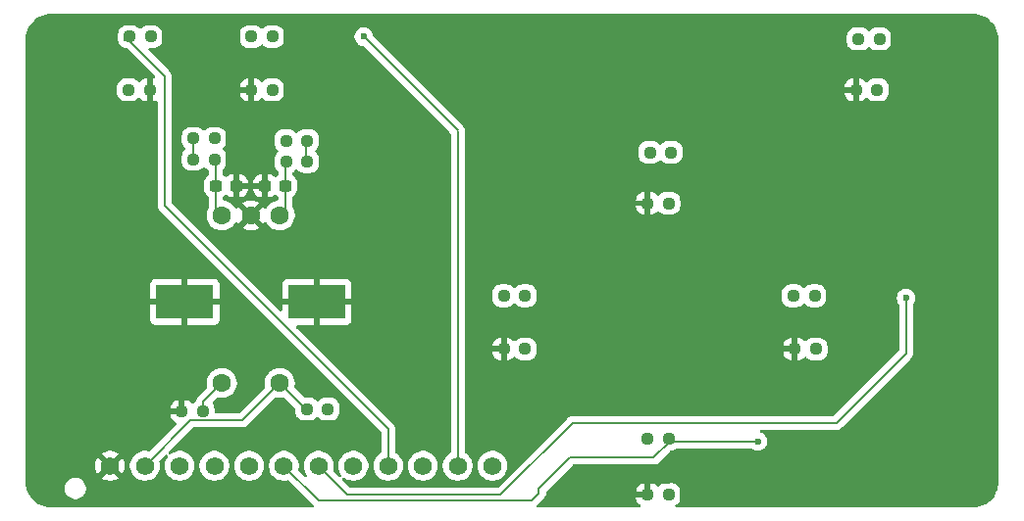
<source format=gbr>
%TF.GenerationSoftware,KiCad,Pcbnew,9.0.0*%
%TF.CreationDate,2025-03-23T02:15:46-05:00*%
%TF.ProjectId,IOBoardV1,494f426f-6172-4645-9631-2e6b69636164,rev?*%
%TF.SameCoordinates,Original*%
%TF.FileFunction,Copper,L2,Bot*%
%TF.FilePolarity,Positive*%
%FSLAX46Y46*%
G04 Gerber Fmt 4.6, Leading zero omitted, Abs format (unit mm)*
G04 Created by KiCad (PCBNEW 9.0.0) date 2025-03-23 02:15:46*
%MOMM*%
%LPD*%
G01*
G04 APERTURE LIST*
G04 Aperture macros list*
%AMRoundRect*
0 Rectangle with rounded corners*
0 $1 Rounding radius*
0 $2 $3 $4 $5 $6 $7 $8 $9 X,Y pos of 4 corners*
0 Add a 4 corners polygon primitive as box body*
4,1,4,$2,$3,$4,$5,$6,$7,$8,$9,$2,$3,0*
0 Add four circle primitives for the rounded corners*
1,1,$1+$1,$2,$3*
1,1,$1+$1,$4,$5*
1,1,$1+$1,$6,$7*
1,1,$1+$1,$8,$9*
0 Add four rect primitives between the rounded corners*
20,1,$1+$1,$2,$3,$4,$5,0*
20,1,$1+$1,$4,$5,$6,$7,0*
20,1,$1+$1,$6,$7,$8,$9,0*
20,1,$1+$1,$8,$9,$2,$3,0*%
G04 Aperture macros list end*
%TA.AperFunction,ComponentPad*%
%ADD10C,1.600200*%
%TD*%
%TA.AperFunction,ComponentPad*%
%ADD11R,5.000000X3.000000*%
%TD*%
%TA.AperFunction,SMDPad,CuDef*%
%ADD12RoundRect,0.237500X0.300000X0.237500X-0.300000X0.237500X-0.300000X-0.237500X0.300000X-0.237500X0*%
%TD*%
%TA.AperFunction,SMDPad,CuDef*%
%ADD13RoundRect,0.237500X-0.250000X-0.237500X0.250000X-0.237500X0.250000X0.237500X-0.250000X0.237500X0*%
%TD*%
%TA.AperFunction,SMDPad,CuDef*%
%ADD14RoundRect,0.237500X0.250000X0.237500X-0.250000X0.237500X-0.250000X-0.237500X0.250000X-0.237500X0*%
%TD*%
%TA.AperFunction,ComponentPad*%
%ADD15C,1.574800*%
%TD*%
%TA.AperFunction,ViaPad*%
%ADD16C,0.600000*%
%TD*%
%TA.AperFunction,Conductor*%
%ADD17C,0.200000*%
%TD*%
G04 APERTURE END LIST*
D10*
%TO.P,SW1,1,1*%
%TO.N,/EncoderButton*%
X140144801Y-82545150D03*
%TO.P,SW1,2,2*%
%TO.N,Net-(R6-Pad2)*%
X135144801Y-82545150D03*
%TO.P,SW1,3,channela*%
%TO.N,/EncoderA*%
X140144801Y-68045151D03*
%TO.P,SW1,4,gnd*%
%TO.N,GND*%
X137644801Y-68045151D03*
%TO.P,SW1,5,channelb*%
%TO.N,/EncoderB*%
X135144801Y-68045151D03*
D11*
%TO.P,SW1,6,shield*%
%TO.N,GND*%
X131944800Y-75545151D03*
%TO.P,SW1,7,shield*%
X143344802Y-75545151D03*
%TD*%
D12*
%TO.P,C2,1*%
%TO.N,/EncoderA*%
X140612500Y-65500000D03*
%TO.P,C2,2*%
%TO.N,GND*%
X138887500Y-65500000D03*
%TD*%
D13*
%TO.P,R20,1*%
%TO.N,GND*%
X159487500Y-79600000D03*
%TO.P,R20,2*%
%TO.N,Net-(R20-Pad2)*%
X161312500Y-79600000D03*
%TD*%
%TO.P,R19,1*%
%TO.N,GND*%
X171887500Y-92200000D03*
%TO.P,R19,2*%
%TO.N,Net-(R19-Pad2)*%
X173712500Y-92200000D03*
%TD*%
%TO.P,R18,1*%
%TO.N,GND*%
X184600000Y-79600000D03*
%TO.P,R18,2*%
%TO.N,Net-(R18-Pad2)*%
X186425000Y-79600000D03*
%TD*%
%TO.P,R17,1*%
%TO.N,GND*%
X171887500Y-67000000D03*
%TO.P,R17,2*%
%TO.N,Net-(R17-Pad2)*%
X173712500Y-67000000D03*
%TD*%
D14*
%TO.P,R16,1*%
%TO.N,GND*%
X128912500Y-57200000D03*
%TO.P,R16,2*%
%TO.N,Net-(R16-Pad2)*%
X127087500Y-57200000D03*
%TD*%
D13*
%TO.P,R15,1*%
%TO.N,GND*%
X189887500Y-57200000D03*
%TO.P,R15,2*%
%TO.N,Net-(R15-Pad2)*%
X191712500Y-57200000D03*
%TD*%
%TO.P,R14,1*%
%TO.N,GND*%
X137687500Y-57200000D03*
%TO.P,R14,2*%
%TO.N,Net-(R14-Pad2)*%
X139512500Y-57200000D03*
%TD*%
D14*
%TO.P,R13,1*%
%TO.N,/DPadLeft*%
X161312500Y-75000000D03*
%TO.P,R13,2*%
%TO.N,+3V3*%
X159487500Y-75000000D03*
%TD*%
%TO.P,R12,1*%
%TO.N,/DPadDown*%
X173712500Y-87400000D03*
%TO.P,R12,2*%
%TO.N,+3V3*%
X171887500Y-87400000D03*
%TD*%
%TO.P,R11,1*%
%TO.N,/DPadRight*%
X186312500Y-75000000D03*
%TO.P,R11,2*%
%TO.N,+3V3*%
X184487500Y-75000000D03*
%TD*%
%TO.P,R10,1*%
%TO.N,/DPadUp*%
X173912500Y-62600000D03*
%TO.P,R10,2*%
%TO.N,+3V3*%
X172087500Y-62600000D03*
%TD*%
D13*
%TO.P,R9,1*%
%TO.N,/Back*%
X127175000Y-52600000D03*
%TO.P,R9,2*%
%TO.N,+3V3*%
X129000000Y-52600000D03*
%TD*%
D14*
%TO.P,R8,1*%
%TO.N,/Select*%
X191912500Y-52800000D03*
%TO.P,R8,2*%
%TO.N,+3V3*%
X190087500Y-52800000D03*
%TD*%
%TO.P,R7,1*%
%TO.N,/Power*%
X139512500Y-52600000D03*
%TO.P,R7,2*%
%TO.N,+3V3*%
X137687500Y-52600000D03*
%TD*%
D13*
%TO.P,R6,1*%
%TO.N,GND*%
X131687500Y-85000000D03*
%TO.P,R6,2*%
%TO.N,Net-(R6-Pad2)*%
X133512500Y-85000000D03*
%TD*%
D14*
%TO.P,R5,1*%
%TO.N,+3V3*%
X144312500Y-84800000D03*
%TO.P,R5,2*%
%TO.N,/EncoderButton*%
X142487500Y-84800000D03*
%TD*%
%TO.P,R4,1*%
%TO.N,Net-(R3-Pad2)*%
X142512500Y-63400000D03*
%TO.P,R4,2*%
%TO.N,/EncoderA*%
X140687500Y-63400000D03*
%TD*%
D13*
%TO.P,R3,1*%
%TO.N,+3V3*%
X140687500Y-61600000D03*
%TO.P,R3,2*%
%TO.N,Net-(R3-Pad2)*%
X142512500Y-61600000D03*
%TD*%
%TO.P,R2,1*%
%TO.N,Net-(R1-Pad2)*%
X132687500Y-61400000D03*
%TO.P,R2,2*%
%TO.N,+3V3*%
X134512500Y-61400000D03*
%TD*%
D14*
%TO.P,R1,1*%
%TO.N,/EncoderB*%
X134512500Y-63200000D03*
%TO.P,R1,2*%
%TO.N,Net-(R1-Pad2)*%
X132687500Y-63200000D03*
%TD*%
D15*
%TO.P,J1,1,Pin_1*%
%TO.N,GND*%
X125500005Y-89700000D03*
%TO.P,J1,2,Pin_2*%
%TO.N,/EncoderButton*%
X128500004Y-89700000D03*
%TO.P,J1,3,Pin_3*%
%TO.N,/EncoderB*%
X131500003Y-89700000D03*
%TO.P,J1,4,Pin_4*%
%TO.N,/EncoderA*%
X134500002Y-89700000D03*
%TO.P,J1,5,Pin_5*%
%TO.N,/DPadLeft*%
X137500001Y-89700000D03*
%TO.P,J1,6,Pin_6*%
%TO.N,/DPadDown*%
X140500000Y-89700000D03*
%TO.P,J1,7,Pin_7*%
%TO.N,/DPadRight*%
X143500000Y-89700000D03*
%TO.P,J1,8,Pin_8*%
%TO.N,/DPadUp*%
X146499999Y-89700000D03*
%TO.P,J1,9,Pin_9*%
%TO.N,/Back*%
X149499998Y-89700000D03*
%TO.P,J1,10,Pin_10*%
%TO.N,/Select*%
X152499997Y-89700000D03*
%TO.P,J1,11,Pin_11*%
%TO.N,/Power*%
X155499996Y-89700000D03*
%TO.P,J1,12,Pin_12*%
%TO.N,+3V3*%
X158499995Y-89700000D03*
%TD*%
D12*
%TO.P,C1,1*%
%TO.N,GND*%
X136362500Y-65500000D03*
%TO.P,C1,2*%
%TO.N,/EncoderB*%
X134637500Y-65500000D03*
%TD*%
D16*
%TO.N,GND*%
X135200000Y-75600000D03*
X140200000Y-75571613D03*
%TO.N,+3V3*%
X129000000Y-52600000D03*
X137687500Y-52600000D03*
%TO.N,Net-(R14-Pad2)*%
X139651900Y-57150001D03*
%TO.N,/Power*%
X139651900Y-52649999D03*
%TO.N,Net-(R19-Pad2)*%
X173900000Y-92000002D03*
%TO.N,+3V3*%
X171887500Y-87400000D03*
%TO.N,Net-(R20-Pad2)*%
X161451900Y-79450001D03*
%TO.N,+3V3*%
X159487500Y-75000000D03*
%TO.N,/DPadLeft*%
X161400950Y-75000950D03*
%TO.N,Net-(R17-Pad2)*%
X173951900Y-67050001D03*
%TO.N,+3V3*%
X184487500Y-75000000D03*
%TO.N,Net-(R18-Pad2)*%
X186400000Y-79550003D03*
%TO.N,/DPadRight*%
X186400000Y-75050001D03*
%TO.N,+3V3*%
X190087500Y-52800000D03*
X172087500Y-62600000D03*
%TO.N,Net-(R15-Pad2)*%
X191903800Y-57200002D03*
%TO.N,/Select*%
X192000000Y-52700000D03*
%TO.N,/DPadUp*%
X173951900Y-62549999D03*
%TO.N,Net-(R16-Pad2)*%
X126948100Y-57200000D03*
%TO.N,/Power*%
X147400000Y-52600000D03*
%TO.N,/Back*%
X126948100Y-52699998D03*
%TO.N,/DPadRight*%
X194200000Y-75200000D03*
%TO.N,/DPadDown*%
X181400000Y-87600000D03*
X173800000Y-87600000D03*
%TO.N,+3V3*%
X144312500Y-84800000D03*
X134512500Y-61400000D03*
X140687500Y-61600000D03*
%TD*%
D17*
%TO.N,/Back*%
X149499998Y-89700000D02*
X149499998Y-86499998D01*
X149499998Y-86499998D02*
X130200000Y-67200000D01*
X130200000Y-67200000D02*
X130200000Y-56000000D01*
X130200000Y-56000000D02*
X127000000Y-52800000D01*
%TO.N,/DPadDown*%
X140500000Y-89700000D02*
X143471401Y-92671401D01*
X165200000Y-89000000D02*
X172400000Y-89000000D01*
X161918935Y-92671401D02*
X162511399Y-92078937D01*
X162511399Y-91688601D02*
X165200000Y-89000000D01*
X162511399Y-92078937D02*
X162511399Y-91688601D01*
X143471401Y-92671401D02*
X161918935Y-92671401D01*
X172400000Y-89000000D02*
X173800000Y-87600000D01*
%TO.N,/Power*%
X155499996Y-60699996D02*
X147400000Y-52600000D01*
X155499996Y-89700000D02*
X155499996Y-60800000D01*
%TO.N,/DPadRight*%
X165400000Y-86000000D02*
X159200000Y-92200000D01*
X194200000Y-80000000D02*
X188200000Y-86000000D01*
X146000000Y-92200000D02*
X143500000Y-89700000D01*
X188200000Y-86000000D02*
X165400000Y-86000000D01*
X194200000Y-75200000D02*
X194200000Y-80000000D01*
X159200000Y-92200000D02*
X146000000Y-92200000D01*
%TO.N,/DPadDown*%
X181400000Y-87600000D02*
X181600000Y-87600000D01*
X173800000Y-87600000D02*
X181400000Y-87600000D01*
%TO.N,Net-(R6-Pad2)*%
X133512500Y-85000000D02*
X133512500Y-84177451D01*
X133512500Y-84177451D02*
X135144801Y-82545150D01*
%TO.N,/EncoderButton*%
X140144801Y-82545150D02*
X136913951Y-85776000D01*
X132424004Y-85776000D02*
X128500004Y-89700000D01*
X136913951Y-85776000D02*
X132424004Y-85776000D01*
X142487500Y-84800000D02*
X142399651Y-84800000D01*
X142399651Y-84800000D02*
X140144801Y-82545150D01*
%TO.N,Net-(R1-Pad2)*%
X132687500Y-61400000D02*
X132687500Y-63200000D01*
%TO.N,/EncoderB*%
X134637500Y-65500000D02*
X134637500Y-63250000D01*
X134637500Y-63250000D02*
X134687500Y-63200000D01*
%TO.N,Net-(R3-Pad2)*%
X142425000Y-63400000D02*
X142425000Y-61687500D01*
X142425000Y-61687500D02*
X142512500Y-61600000D01*
%TO.N,/EncoderA*%
X140612500Y-65500000D02*
X140612500Y-63412500D01*
X140612500Y-63412500D02*
X140600000Y-63400000D01*
X140612500Y-65500000D02*
X140612500Y-67577452D01*
X140612500Y-67577452D02*
X140144801Y-68045151D01*
%TO.N,/EncoderB*%
X134637500Y-65500000D02*
X134637500Y-67537850D01*
X134637500Y-67537850D02*
X135144801Y-68045151D01*
%TD*%
%TA.AperFunction,Conductor*%
%TO.N,GND*%
G36*
X199994545Y-50609913D02*
G01*
X200248444Y-50625273D01*
X200263306Y-50627077D01*
X200509816Y-50672252D01*
X200524341Y-50675833D01*
X200763609Y-50750392D01*
X200777596Y-50755697D01*
X201006134Y-50858555D01*
X201019376Y-50865505D01*
X201233854Y-50995161D01*
X201246165Y-51003659D01*
X201322778Y-51063681D01*
X201443445Y-51158218D01*
X201454653Y-51168148D01*
X201631851Y-51345346D01*
X201641781Y-51356554D01*
X201796336Y-51553828D01*
X201804840Y-51566148D01*
X201933912Y-51779660D01*
X201934490Y-51780615D01*
X201941447Y-51793871D01*
X201955232Y-51824500D01*
X202044299Y-52022396D01*
X202049609Y-52036397D01*
X202124164Y-52275651D01*
X202127748Y-52290190D01*
X202172921Y-52536691D01*
X202174726Y-52551556D01*
X202190085Y-52805457D01*
X202190311Y-52812853D01*
X202190312Y-52814210D01*
X202190312Y-52882801D01*
X202190327Y-52883050D01*
X202199499Y-91096231D01*
X202199273Y-91103748D01*
X202183915Y-91357635D01*
X202182110Y-91372499D01*
X202136938Y-91618998D01*
X202133354Y-91633538D01*
X202058800Y-91872788D01*
X202053491Y-91886788D01*
X201950638Y-92115319D01*
X201943679Y-92128578D01*
X201814033Y-92343039D01*
X201805527Y-92355362D01*
X201650972Y-92552636D01*
X201641042Y-92563844D01*
X201463844Y-92741042D01*
X201452636Y-92750972D01*
X201255362Y-92905527D01*
X201243039Y-92914033D01*
X201028578Y-93043679D01*
X201015319Y-93050638D01*
X200786788Y-93153491D01*
X200772788Y-93158800D01*
X200533538Y-93233354D01*
X200518998Y-93236938D01*
X200272499Y-93282110D01*
X200257635Y-93283915D01*
X200003736Y-93299274D01*
X199996249Y-93299500D01*
X174407998Y-93299500D01*
X174340959Y-93279815D01*
X174295204Y-93227011D01*
X174285260Y-93157853D01*
X174314285Y-93094297D01*
X174342899Y-93069962D01*
X174423350Y-93020340D01*
X174545340Y-92898350D01*
X174635908Y-92751516D01*
X174690174Y-92587753D01*
X174700500Y-92486677D01*
X174700499Y-92078847D01*
X174700500Y-92078844D01*
X174700500Y-91921160D01*
X174700499Y-91921155D01*
X174700499Y-91913324D01*
X174690174Y-91812247D01*
X174635908Y-91648484D01*
X174545340Y-91501650D01*
X174423350Y-91379660D01*
X174281642Y-91292253D01*
X174279179Y-91290608D01*
X174278554Y-91290349D01*
X174276516Y-91289092D01*
X174276513Y-91289090D01*
X174276509Y-91289088D01*
X174275798Y-91288853D01*
X174267358Y-91285711D01*
X174133498Y-91230265D01*
X174133488Y-91230262D01*
X173978845Y-91199502D01*
X173978842Y-91199502D01*
X173821158Y-91199502D01*
X173821153Y-91199502D01*
X173707461Y-91222117D01*
X173683270Y-91224500D01*
X173413331Y-91224500D01*
X173413312Y-91224501D01*
X173312247Y-91234825D01*
X173148484Y-91289092D01*
X173148481Y-91289093D01*
X173001651Y-91379659D01*
X172887327Y-91493983D01*
X172826004Y-91527467D01*
X172756312Y-91522483D01*
X172711965Y-91493982D01*
X172598038Y-91380055D01*
X172598034Y-91380052D01*
X172451311Y-91289551D01*
X172451300Y-91289546D01*
X172287652Y-91235319D01*
X172186654Y-91225000D01*
X172137500Y-91225000D01*
X172137500Y-92076000D01*
X172117815Y-92143039D01*
X172065011Y-92188794D01*
X172013500Y-92200000D01*
X171887500Y-92200000D01*
X171887500Y-92326000D01*
X171867815Y-92393039D01*
X171815011Y-92438794D01*
X171763500Y-92450000D01*
X170900001Y-92450000D01*
X170900001Y-92486654D01*
X170910319Y-92587652D01*
X170964546Y-92751300D01*
X170964551Y-92751311D01*
X171055052Y-92898034D01*
X171055055Y-92898038D01*
X171176961Y-93019944D01*
X171176965Y-93019947D01*
X171258051Y-93069962D01*
X171304776Y-93121910D01*
X171315997Y-93190872D01*
X171288154Y-93254954D01*
X171230085Y-93293810D01*
X171192954Y-93299500D01*
X162439434Y-93299500D01*
X162418191Y-93293262D01*
X162396103Y-93291683D01*
X162385317Y-93283609D01*
X162372395Y-93279815D01*
X162357896Y-93263083D01*
X162340168Y-93249812D01*
X162335459Y-93237189D01*
X162326640Y-93227011D01*
X162323488Y-93205095D01*
X162315750Y-93184348D01*
X162318613Y-93171185D01*
X162316696Y-93157853D01*
X162325894Y-93137710D01*
X162330601Y-93116075D01*
X162343870Y-93098348D01*
X162345721Y-93094297D01*
X162351737Y-93087834D01*
X162399455Y-93040117D01*
X162399456Y-93040115D01*
X162991919Y-92447653D01*
X163070976Y-92310721D01*
X163111900Y-92157994D01*
X163111900Y-91999879D01*
X163111900Y-91992284D01*
X163111899Y-91992266D01*
X163111899Y-91988698D01*
X163131584Y-91921659D01*
X163138284Y-91913345D01*
X170900000Y-91913345D01*
X170900000Y-91950000D01*
X171637500Y-91950000D01*
X171637500Y-91225000D01*
X171637499Y-91224999D01*
X171588361Y-91225000D01*
X171588343Y-91225001D01*
X171487347Y-91235319D01*
X171323699Y-91289546D01*
X171323688Y-91289551D01*
X171176965Y-91380052D01*
X171176961Y-91380055D01*
X171055055Y-91501961D01*
X171055052Y-91501965D01*
X170964551Y-91648688D01*
X170964546Y-91648699D01*
X170910319Y-91812347D01*
X170900000Y-91913345D01*
X163138284Y-91913345D01*
X163148218Y-91901017D01*
X165412416Y-89636819D01*
X165473739Y-89603334D01*
X165500097Y-89600500D01*
X172313331Y-89600500D01*
X172313347Y-89600501D01*
X172320943Y-89600501D01*
X172479054Y-89600501D01*
X172479057Y-89600501D01*
X172631785Y-89559577D01*
X172681904Y-89530639D01*
X172768716Y-89480520D01*
X172880520Y-89368716D01*
X172880520Y-89368714D01*
X172890728Y-89358507D01*
X172890729Y-89358504D01*
X173814662Y-88434572D01*
X173831255Y-88425511D01*
X173844865Y-88412380D01*
X173874362Y-88401973D01*
X173875983Y-88401089D01*
X173878149Y-88400638D01*
X173898451Y-88396599D01*
X173993213Y-88377749D01*
X174008538Y-88375846D01*
X174008536Y-88375820D01*
X174009767Y-88375694D01*
X174011106Y-88375528D01*
X174011660Y-88375499D01*
X174011676Y-88375499D01*
X174112753Y-88365174D01*
X174276516Y-88310908D01*
X174423350Y-88220340D01*
X174423351Y-88220338D01*
X174425585Y-88218961D01*
X174490682Y-88200500D01*
X180820234Y-88200500D01*
X180887273Y-88220185D01*
X180889125Y-88221398D01*
X181020814Y-88309390D01*
X181020827Y-88309397D01*
X181155487Y-88365174D01*
X181166503Y-88369737D01*
X181314542Y-88399184D01*
X181321153Y-88400499D01*
X181321156Y-88400500D01*
X181321158Y-88400500D01*
X181478844Y-88400500D01*
X181478845Y-88400499D01*
X181633497Y-88369737D01*
X181779179Y-88309394D01*
X181910289Y-88221789D01*
X182021789Y-88110289D01*
X182109394Y-87979179D01*
X182169737Y-87833497D01*
X182200334Y-87679676D01*
X182200500Y-87679057D01*
X182200500Y-87520943D01*
X182200334Y-87520323D01*
X182169737Y-87366503D01*
X182169735Y-87366498D01*
X182109397Y-87220827D01*
X182109390Y-87220814D01*
X182021789Y-87089711D01*
X182021786Y-87089707D01*
X181910292Y-86978213D01*
X181910288Y-86978210D01*
X181779185Y-86890609D01*
X181779172Y-86890602D01*
X181654738Y-86839061D01*
X181600334Y-86795221D01*
X181578269Y-86728926D01*
X181595548Y-86661227D01*
X181646685Y-86613616D01*
X181702190Y-86600500D01*
X188113331Y-86600500D01*
X188113347Y-86600501D01*
X188120943Y-86600501D01*
X188279054Y-86600501D01*
X188279057Y-86600501D01*
X188431785Y-86559577D01*
X188481904Y-86530639D01*
X188568716Y-86480520D01*
X188680520Y-86368716D01*
X188680520Y-86368714D01*
X188690728Y-86358507D01*
X188690730Y-86358504D01*
X194558506Y-80490728D01*
X194558511Y-80490724D01*
X194568714Y-80480520D01*
X194568716Y-80480520D01*
X194680520Y-80368716D01*
X194759577Y-80231784D01*
X194800500Y-80079057D01*
X194800500Y-75779765D01*
X194820185Y-75712726D01*
X194821398Y-75710874D01*
X194909390Y-75579185D01*
X194909390Y-75579184D01*
X194909394Y-75579179D01*
X194969737Y-75433497D01*
X195000500Y-75278842D01*
X195000500Y-75121158D01*
X195000500Y-75121155D01*
X195000499Y-75121153D01*
X194969738Y-74966510D01*
X194969737Y-74966503D01*
X194969735Y-74966498D01*
X194909397Y-74820827D01*
X194909390Y-74820814D01*
X194821789Y-74689711D01*
X194821786Y-74689707D01*
X194710292Y-74578213D01*
X194710288Y-74578210D01*
X194579185Y-74490609D01*
X194579172Y-74490602D01*
X194433501Y-74430264D01*
X194433489Y-74430261D01*
X194278845Y-74399500D01*
X194278842Y-74399500D01*
X194121158Y-74399500D01*
X194121155Y-74399500D01*
X193966510Y-74430261D01*
X193966498Y-74430264D01*
X193820827Y-74490602D01*
X193820814Y-74490609D01*
X193689711Y-74578210D01*
X193689707Y-74578213D01*
X193578213Y-74689707D01*
X193578210Y-74689711D01*
X193490609Y-74820814D01*
X193490602Y-74820827D01*
X193430264Y-74966498D01*
X193430261Y-74966510D01*
X193399500Y-75121153D01*
X193399500Y-75278846D01*
X193430261Y-75433489D01*
X193430264Y-75433501D01*
X193490602Y-75579172D01*
X193490609Y-75579185D01*
X193578602Y-75710874D01*
X193599480Y-75777551D01*
X193599500Y-75779765D01*
X193599500Y-79699903D01*
X193579815Y-79766942D01*
X193563181Y-79787584D01*
X187987584Y-85363181D01*
X187926261Y-85396666D01*
X187899903Y-85399500D01*
X165479057Y-85399500D01*
X165320943Y-85399500D01*
X165168215Y-85440423D01*
X165168214Y-85440423D01*
X165168212Y-85440424D01*
X165168209Y-85440425D01*
X165118096Y-85469359D01*
X165118095Y-85469360D01*
X165074689Y-85494420D01*
X165031285Y-85519479D01*
X165031282Y-85519481D01*
X164930426Y-85620338D01*
X164919480Y-85631284D01*
X164919478Y-85631286D01*
X161951846Y-88598919D01*
X158987584Y-91563181D01*
X158926261Y-91596666D01*
X158899903Y-91599500D01*
X146300097Y-91599500D01*
X146233058Y-91579815D01*
X146212416Y-91563181D01*
X145570512Y-90921277D01*
X145537027Y-90859954D01*
X145542011Y-90790262D01*
X145583883Y-90734329D01*
X145649347Y-90709912D01*
X145717620Y-90724764D01*
X145731078Y-90733278D01*
X145801041Y-90784108D01*
X145824993Y-90801510D01*
X146005617Y-90893543D01*
X146198415Y-90956187D01*
X146398639Y-90987900D01*
X146398640Y-90987900D01*
X146601358Y-90987900D01*
X146601359Y-90987900D01*
X146801583Y-90956187D01*
X146994381Y-90893543D01*
X147175005Y-90801510D01*
X147301080Y-90709912D01*
X147339003Y-90682360D01*
X147339005Y-90682357D01*
X147339009Y-90682355D01*
X147482354Y-90539010D01*
X147482356Y-90539006D01*
X147482359Y-90539004D01*
X147571072Y-90416899D01*
X147601509Y-90375006D01*
X147693542Y-90194382D01*
X147756186Y-90001584D01*
X147787899Y-89801360D01*
X147787899Y-89598640D01*
X147756186Y-89398416D01*
X147693542Y-89205618D01*
X147601509Y-89024994D01*
X147571070Y-88983098D01*
X147482359Y-88860995D01*
X147339003Y-88717639D01*
X147175008Y-88598492D01*
X147175007Y-88598491D01*
X147175005Y-88598490D01*
X146994381Y-88506457D01*
X146801583Y-88443813D01*
X146801581Y-88443812D01*
X146801579Y-88443812D01*
X146625483Y-88415921D01*
X146601359Y-88412100D01*
X146398639Y-88412100D01*
X146374515Y-88415921D01*
X146198418Y-88443812D01*
X146005614Y-88506458D01*
X145824989Y-88598492D01*
X145660994Y-88717639D01*
X145517638Y-88860995D01*
X145398491Y-89024990D01*
X145306457Y-89205615D01*
X145243811Y-89398419D01*
X145212099Y-89598640D01*
X145212099Y-89801359D01*
X145243792Y-90001463D01*
X145243812Y-90001584D01*
X145306394Y-90194192D01*
X145306457Y-90194384D01*
X145398488Y-90375005D01*
X145466721Y-90468920D01*
X145490200Y-90534727D01*
X145474374Y-90602780D01*
X145424268Y-90651475D01*
X145355790Y-90665350D01*
X145290681Y-90640000D01*
X145278721Y-90629486D01*
X144784077Y-90134842D01*
X144750592Y-90073519D01*
X144753830Y-90008835D01*
X144756187Y-90001584D01*
X144787900Y-89801360D01*
X144787900Y-89598640D01*
X144756187Y-89398416D01*
X144693543Y-89205618D01*
X144601510Y-89024994D01*
X144571071Y-88983098D01*
X144482360Y-88860995D01*
X144339004Y-88717639D01*
X144175009Y-88598492D01*
X144175008Y-88598491D01*
X144175006Y-88598490D01*
X143994382Y-88506457D01*
X143801584Y-88443813D01*
X143801582Y-88443812D01*
X143801580Y-88443812D01*
X143625484Y-88415921D01*
X143601360Y-88412100D01*
X143398640Y-88412100D01*
X143374516Y-88415921D01*
X143198419Y-88443812D01*
X143005615Y-88506458D01*
X142824990Y-88598492D01*
X142660995Y-88717639D01*
X142517639Y-88860995D01*
X142398492Y-89024990D01*
X142306458Y-89205615D01*
X142243812Y-89398419D01*
X142212100Y-89598640D01*
X142212100Y-89801359D01*
X142243793Y-90001463D01*
X142243813Y-90001584D01*
X142306395Y-90194192D01*
X142306458Y-90194384D01*
X142398489Y-90375005D01*
X142466724Y-90468923D01*
X142490203Y-90534730D01*
X142474377Y-90602784D01*
X142424271Y-90651478D01*
X142355793Y-90665353D01*
X142290684Y-90640003D01*
X142278724Y-90629489D01*
X141784078Y-90134842D01*
X141750593Y-90073519D01*
X141753828Y-90008841D01*
X141756187Y-90001584D01*
X141787900Y-89801360D01*
X141787900Y-89598640D01*
X141756187Y-89398416D01*
X141693543Y-89205618D01*
X141601510Y-89024994D01*
X141571071Y-88983098D01*
X141482360Y-88860995D01*
X141339004Y-88717639D01*
X141175009Y-88598492D01*
X141175008Y-88598491D01*
X141175006Y-88598490D01*
X140994382Y-88506457D01*
X140801584Y-88443813D01*
X140801582Y-88443812D01*
X140801580Y-88443812D01*
X140625484Y-88415921D01*
X140601360Y-88412100D01*
X140398640Y-88412100D01*
X140374516Y-88415921D01*
X140198419Y-88443812D01*
X140005615Y-88506458D01*
X139824990Y-88598492D01*
X139660995Y-88717639D01*
X139517639Y-88860995D01*
X139398492Y-89024990D01*
X139306458Y-89205615D01*
X139243812Y-89398419D01*
X139212100Y-89598640D01*
X139212100Y-89801359D01*
X139243793Y-90001463D01*
X139243813Y-90001584D01*
X139306457Y-90194382D01*
X139398489Y-90375005D01*
X139398492Y-90375009D01*
X139517639Y-90539004D01*
X139660995Y-90682360D01*
X139801042Y-90784108D01*
X139824994Y-90801510D01*
X140005618Y-90893543D01*
X140198416Y-90956187D01*
X140398640Y-90987900D01*
X140398641Y-90987900D01*
X140601359Y-90987900D01*
X140601360Y-90987900D01*
X140687898Y-90974193D01*
X140801579Y-90956188D01*
X140801580Y-90956187D01*
X140801584Y-90956187D01*
X140808841Y-90953828D01*
X140878681Y-90951832D01*
X140934842Y-90984078D01*
X143038583Y-93087819D01*
X143072068Y-93149142D01*
X143067084Y-93218834D01*
X143025212Y-93274767D01*
X142959748Y-93299184D01*
X142950902Y-93299500D01*
X120403733Y-93299500D01*
X120396246Y-93299274D01*
X120142365Y-93283916D01*
X120127500Y-93282111D01*
X119880995Y-93236937D01*
X119866457Y-93233353D01*
X119627213Y-93158802D01*
X119613212Y-93153493D01*
X119384680Y-93050639D01*
X119371421Y-93043680D01*
X119156959Y-92914034D01*
X119144636Y-92905528D01*
X119135475Y-92898351D01*
X119015029Y-92803987D01*
X118947362Y-92750973D01*
X118936154Y-92741043D01*
X118758956Y-92563845D01*
X118749026Y-92552637D01*
X118735910Y-92535896D01*
X118594467Y-92355357D01*
X118585969Y-92343046D01*
X118456316Y-92128572D01*
X118449363Y-92115326D01*
X118346504Y-91886782D01*
X118341197Y-91872786D01*
X118322332Y-91812247D01*
X118302848Y-91749719D01*
X121589100Y-91749719D01*
X121624105Y-91925695D01*
X121624108Y-91925705D01*
X121692768Y-92091467D01*
X121692775Y-92091480D01*
X121792458Y-92240665D01*
X121792461Y-92240669D01*
X121919332Y-92367540D01*
X121919336Y-92367543D01*
X122068521Y-92467226D01*
X122068534Y-92467233D01*
X122234296Y-92535893D01*
X122234301Y-92535895D01*
X122234305Y-92535895D01*
X122234306Y-92535896D01*
X122410282Y-92570901D01*
X122410285Y-92570901D01*
X122589719Y-92570901D01*
X122708111Y-92547350D01*
X122765701Y-92535895D01*
X122931474Y-92467230D01*
X123080666Y-92367543D01*
X123207543Y-92240666D01*
X123307230Y-92091474D01*
X123312462Y-92078844D01*
X123345171Y-91999875D01*
X123375895Y-91925701D01*
X123410901Y-91749717D01*
X123410901Y-91570285D01*
X123410901Y-91570282D01*
X123375896Y-91394306D01*
X123375895Y-91394305D01*
X123375895Y-91394301D01*
X123369830Y-91379659D01*
X123307233Y-91228534D01*
X123307226Y-91228521D01*
X123207543Y-91079336D01*
X123207540Y-91079332D01*
X123080669Y-90952461D01*
X123080665Y-90952458D01*
X122931480Y-90852775D01*
X122931471Y-90852770D01*
X122895220Y-90837755D01*
X122895218Y-90837754D01*
X122765705Y-90784108D01*
X122765695Y-90784105D01*
X122589719Y-90749101D01*
X122589717Y-90749101D01*
X122410285Y-90749101D01*
X122410283Y-90749101D01*
X122234306Y-90784105D01*
X122234296Y-90784108D01*
X122068534Y-90852768D01*
X122068521Y-90852775D01*
X121919336Y-90952458D01*
X121919332Y-90952461D01*
X121792461Y-91079332D01*
X121792458Y-91079336D01*
X121692775Y-91228521D01*
X121692768Y-91228534D01*
X121624108Y-91394296D01*
X121624105Y-91394306D01*
X121589101Y-91570282D01*
X121589101Y-91570285D01*
X121589101Y-91749717D01*
X121589101Y-91749719D01*
X121589100Y-91749719D01*
X118302848Y-91749719D01*
X118266645Y-91633538D01*
X118263062Y-91619002D01*
X118257114Y-91586543D01*
X118217888Y-91372499D01*
X118216083Y-91357635D01*
X118200724Y-91103735D01*
X118200499Y-91096276D01*
X118200858Y-89598679D01*
X124212605Y-89598679D01*
X124212605Y-89801320D01*
X124244304Y-90001463D01*
X124306926Y-90194192D01*
X124398921Y-90374744D01*
X124429550Y-90416899D01*
X124429551Y-90416900D01*
X124989770Y-89856680D01*
X125002955Y-89905885D01*
X125073179Y-90027515D01*
X125172490Y-90126826D01*
X125294120Y-90197050D01*
X125343324Y-90210234D01*
X124783104Y-90770453D01*
X124783104Y-90770454D01*
X124825259Y-90801082D01*
X125005812Y-90893078D01*
X125198541Y-90955700D01*
X125198540Y-90955700D01*
X125398685Y-90987400D01*
X125601325Y-90987400D01*
X125801468Y-90955700D01*
X125994197Y-90893078D01*
X126174752Y-90801081D01*
X126174756Y-90801079D01*
X126216904Y-90770454D01*
X126216905Y-90770454D01*
X125656685Y-90210234D01*
X125705890Y-90197050D01*
X125827520Y-90126826D01*
X125926831Y-90027515D01*
X125997055Y-89905885D01*
X126010239Y-89856680D01*
X126570458Y-90416900D01*
X126570459Y-90416899D01*
X126601084Y-90374751D01*
X126601086Y-90374747D01*
X126693083Y-90194192D01*
X126755705Y-90001463D01*
X126787405Y-89801320D01*
X126787405Y-89598679D01*
X126787399Y-89598640D01*
X127212104Y-89598640D01*
X127212104Y-89801359D01*
X127243797Y-90001463D01*
X127243817Y-90001584D01*
X127306461Y-90194382D01*
X127398493Y-90375005D01*
X127398496Y-90375009D01*
X127517643Y-90539004D01*
X127660999Y-90682360D01*
X127801046Y-90784108D01*
X127824998Y-90801510D01*
X128005622Y-90893543D01*
X128198420Y-90956187D01*
X128398644Y-90987900D01*
X128398645Y-90987900D01*
X128601363Y-90987900D01*
X128601364Y-90987900D01*
X128801588Y-90956187D01*
X128994386Y-90893543D01*
X129175010Y-90801510D01*
X129301085Y-90709912D01*
X129339008Y-90682360D01*
X129339010Y-90682357D01*
X129339014Y-90682355D01*
X129482359Y-90539010D01*
X129482361Y-90539006D01*
X129482364Y-90539004D01*
X129571077Y-90416899D01*
X129601514Y-90375006D01*
X129693547Y-90194382D01*
X129756191Y-90001584D01*
X129787904Y-89801360D01*
X129787904Y-89598640D01*
X129777134Y-89530642D01*
X129756192Y-89398421D01*
X129756191Y-89398419D01*
X129756191Y-89398416D01*
X129753831Y-89391155D01*
X129751835Y-89321318D01*
X129784079Y-89265158D01*
X130278729Y-88770508D01*
X130340050Y-88737025D01*
X130409742Y-88742009D01*
X130465675Y-88783881D01*
X130490092Y-88849345D01*
X130475240Y-88917618D01*
X130466727Y-88931075D01*
X130398494Y-89024991D01*
X130306461Y-89205615D01*
X130243815Y-89398419D01*
X130212103Y-89598640D01*
X130212103Y-89801359D01*
X130243796Y-90001463D01*
X130243816Y-90001584D01*
X130306460Y-90194382D01*
X130398492Y-90375005D01*
X130398495Y-90375009D01*
X130517642Y-90539004D01*
X130660998Y-90682360D01*
X130801045Y-90784108D01*
X130824997Y-90801510D01*
X131005621Y-90893543D01*
X131198419Y-90956187D01*
X131398643Y-90987900D01*
X131398644Y-90987900D01*
X131601362Y-90987900D01*
X131601363Y-90987900D01*
X131801587Y-90956187D01*
X131994385Y-90893543D01*
X132175009Y-90801510D01*
X132301084Y-90709912D01*
X132339007Y-90682360D01*
X132339009Y-90682357D01*
X132339013Y-90682355D01*
X132482358Y-90539010D01*
X132482360Y-90539006D01*
X132482363Y-90539004D01*
X132571076Y-90416899D01*
X132601513Y-90375006D01*
X132693546Y-90194382D01*
X132756190Y-90001584D01*
X132787903Y-89801360D01*
X132787903Y-89598640D01*
X133212102Y-89598640D01*
X133212102Y-89801359D01*
X133243795Y-90001463D01*
X133243815Y-90001584D01*
X133306459Y-90194382D01*
X133398491Y-90375005D01*
X133398494Y-90375009D01*
X133517641Y-90539004D01*
X133660997Y-90682360D01*
X133801044Y-90784108D01*
X133824996Y-90801510D01*
X134005620Y-90893543D01*
X134198418Y-90956187D01*
X134398642Y-90987900D01*
X134398643Y-90987900D01*
X134601361Y-90987900D01*
X134601362Y-90987900D01*
X134801586Y-90956187D01*
X134994384Y-90893543D01*
X135175008Y-90801510D01*
X135301083Y-90709912D01*
X135339006Y-90682360D01*
X135339008Y-90682357D01*
X135339012Y-90682355D01*
X135482357Y-90539010D01*
X135482359Y-90539006D01*
X135482362Y-90539004D01*
X135571075Y-90416899D01*
X135601512Y-90375006D01*
X135693545Y-90194382D01*
X135756189Y-90001584D01*
X135787902Y-89801360D01*
X135787902Y-89598640D01*
X136212101Y-89598640D01*
X136212101Y-89801359D01*
X136243794Y-90001463D01*
X136243814Y-90001584D01*
X136306458Y-90194382D01*
X136398490Y-90375005D01*
X136398493Y-90375009D01*
X136517640Y-90539004D01*
X136660996Y-90682360D01*
X136801043Y-90784108D01*
X136824995Y-90801510D01*
X137005619Y-90893543D01*
X137198417Y-90956187D01*
X137398641Y-90987900D01*
X137398642Y-90987900D01*
X137601360Y-90987900D01*
X137601361Y-90987900D01*
X137801585Y-90956187D01*
X137994383Y-90893543D01*
X138175007Y-90801510D01*
X138301082Y-90709912D01*
X138339005Y-90682360D01*
X138339007Y-90682357D01*
X138339011Y-90682355D01*
X138482356Y-90539010D01*
X138482358Y-90539006D01*
X138482361Y-90539004D01*
X138571074Y-90416899D01*
X138601511Y-90375006D01*
X138693544Y-90194382D01*
X138756188Y-90001584D01*
X138787901Y-89801360D01*
X138787901Y-89598640D01*
X138756188Y-89398416D01*
X138693544Y-89205618D01*
X138601511Y-89024994D01*
X138571072Y-88983098D01*
X138482361Y-88860995D01*
X138339005Y-88717639D01*
X138175010Y-88598492D01*
X138175009Y-88598491D01*
X138175007Y-88598490D01*
X137994383Y-88506457D01*
X137801585Y-88443813D01*
X137801583Y-88443812D01*
X137801581Y-88443812D01*
X137625485Y-88415921D01*
X137601361Y-88412100D01*
X137398641Y-88412100D01*
X137374517Y-88415921D01*
X137198420Y-88443812D01*
X137005616Y-88506458D01*
X136824991Y-88598492D01*
X136660996Y-88717639D01*
X136517640Y-88860995D01*
X136398493Y-89024990D01*
X136306459Y-89205615D01*
X136243813Y-89398419D01*
X136212101Y-89598640D01*
X135787902Y-89598640D01*
X135756189Y-89398416D01*
X135693545Y-89205618D01*
X135601512Y-89024994D01*
X135571073Y-88983098D01*
X135482362Y-88860995D01*
X135339006Y-88717639D01*
X135175011Y-88598492D01*
X135175010Y-88598491D01*
X135175008Y-88598490D01*
X134994384Y-88506457D01*
X134801586Y-88443813D01*
X134801584Y-88443812D01*
X134801582Y-88443812D01*
X134625486Y-88415921D01*
X134601362Y-88412100D01*
X134398642Y-88412100D01*
X134374518Y-88415921D01*
X134198421Y-88443812D01*
X134005617Y-88506458D01*
X133824992Y-88598492D01*
X133660997Y-88717639D01*
X133517641Y-88860995D01*
X133398494Y-89024990D01*
X133306460Y-89205615D01*
X133243814Y-89398419D01*
X133212102Y-89598640D01*
X132787903Y-89598640D01*
X132756190Y-89398416D01*
X132693546Y-89205618D01*
X132601513Y-89024994D01*
X132571074Y-88983098D01*
X132482363Y-88860995D01*
X132339007Y-88717639D01*
X132175012Y-88598492D01*
X132175011Y-88598491D01*
X132175009Y-88598490D01*
X131994385Y-88506457D01*
X131801587Y-88443813D01*
X131801585Y-88443812D01*
X131801583Y-88443812D01*
X131625487Y-88415921D01*
X131601363Y-88412100D01*
X131398643Y-88412100D01*
X131374519Y-88415921D01*
X131198422Y-88443812D01*
X131005618Y-88506458D01*
X130824994Y-88598491D01*
X130731078Y-88666724D01*
X130665272Y-88690203D01*
X130597218Y-88674377D01*
X130548524Y-88624270D01*
X130534649Y-88555792D01*
X130559999Y-88490684D01*
X130570503Y-88478734D01*
X132636420Y-86412819D01*
X132697743Y-86379334D01*
X132724101Y-86376500D01*
X136827282Y-86376500D01*
X136827298Y-86376501D01*
X136834894Y-86376501D01*
X136993005Y-86376501D01*
X136993008Y-86376501D01*
X137145736Y-86335577D01*
X137195855Y-86306639D01*
X137282667Y-86256520D01*
X137394471Y-86144716D01*
X137394471Y-86144714D01*
X137404679Y-86134507D01*
X137404681Y-86134504D01*
X139699879Y-83839305D01*
X139761200Y-83805822D01*
X139825876Y-83809056D01*
X139840243Y-83813725D01*
X139873942Y-83819062D01*
X140042437Y-83845750D01*
X140042442Y-83845750D01*
X140247165Y-83845750D01*
X140339068Y-83831193D01*
X140449359Y-83813725D01*
X140463725Y-83809056D01*
X140533564Y-83807062D01*
X140589723Y-83839307D01*
X141463181Y-84712765D01*
X141496666Y-84774088D01*
X141499500Y-84800446D01*
X141499500Y-85086668D01*
X141499501Y-85086687D01*
X141509825Y-85187752D01*
X141564092Y-85351515D01*
X141564093Y-85351518D01*
X141586381Y-85387652D01*
X141654660Y-85498350D01*
X141776650Y-85620340D01*
X141923484Y-85710908D01*
X142087247Y-85765174D01*
X142188323Y-85775500D01*
X142786676Y-85775499D01*
X142786684Y-85775498D01*
X142786687Y-85775498D01*
X142842030Y-85769844D01*
X142887753Y-85765174D01*
X143051516Y-85710908D01*
X143198350Y-85620340D01*
X143312319Y-85506371D01*
X143373642Y-85472886D01*
X143443334Y-85477870D01*
X143487681Y-85506371D01*
X143601650Y-85620340D01*
X143748484Y-85710908D01*
X143912247Y-85765174D01*
X144013323Y-85775500D01*
X144611676Y-85775499D01*
X144611684Y-85775498D01*
X144611687Y-85775498D01*
X144667030Y-85769844D01*
X144712753Y-85765174D01*
X144876516Y-85710908D01*
X145023350Y-85620340D01*
X145145340Y-85498350D01*
X145235908Y-85351516D01*
X145290174Y-85187753D01*
X145300500Y-85086677D01*
X145300499Y-84513324D01*
X145293896Y-84448688D01*
X145290174Y-84412247D01*
X145235908Y-84248484D01*
X145145340Y-84101650D01*
X145023350Y-83979660D01*
X144876516Y-83889092D01*
X144712753Y-83834826D01*
X144712751Y-83834825D01*
X144611678Y-83824500D01*
X144013330Y-83824500D01*
X144013312Y-83824501D01*
X143912247Y-83834825D01*
X143748484Y-83889092D01*
X143748481Y-83889093D01*
X143601648Y-83979661D01*
X143487681Y-84093629D01*
X143426358Y-84127114D01*
X143356666Y-84122130D01*
X143312319Y-84093629D01*
X143198351Y-83979661D01*
X143198350Y-83979660D01*
X143051516Y-83889092D01*
X142887753Y-83834826D01*
X142887751Y-83834825D01*
X142786684Y-83824500D01*
X142786677Y-83824500D01*
X142324748Y-83824500D01*
X142257709Y-83804815D01*
X142237067Y-83788181D01*
X141438958Y-82990072D01*
X141405473Y-82928749D01*
X141408707Y-82864074D01*
X141413376Y-82849708D01*
X141430844Y-82739417D01*
X141445401Y-82647514D01*
X141445401Y-82442785D01*
X141426770Y-82325158D01*
X141413376Y-82240592D01*
X141350115Y-82045893D01*
X141350115Y-82045892D01*
X141257173Y-81863486D01*
X141136843Y-81697866D01*
X140992085Y-81553108D01*
X140826464Y-81432777D01*
X140644058Y-81339835D01*
X140644055Y-81339834D01*
X140449360Y-81276575D01*
X140247165Y-81244550D01*
X140247160Y-81244550D01*
X140042442Y-81244550D01*
X140042437Y-81244550D01*
X139840241Y-81276575D01*
X139645546Y-81339834D01*
X139645543Y-81339835D01*
X139463137Y-81432777D01*
X139368644Y-81501430D01*
X139297517Y-81553108D01*
X139297515Y-81553110D01*
X139297514Y-81553110D01*
X139152761Y-81697863D01*
X139152761Y-81697864D01*
X139152759Y-81697866D01*
X139101081Y-81768993D01*
X139032428Y-81863486D01*
X138939486Y-82045892D01*
X138939485Y-82045895D01*
X138876226Y-82240590D01*
X138844201Y-82442785D01*
X138844201Y-82647514D01*
X138876225Y-82849706D01*
X138880893Y-82864071D01*
X138882888Y-82933912D01*
X138850643Y-82990071D01*
X136701535Y-85139181D01*
X136640212Y-85172666D01*
X136613854Y-85175500D01*
X134624500Y-85175500D01*
X134557461Y-85155815D01*
X134511706Y-85103011D01*
X134500500Y-85051500D01*
X134500499Y-84713331D01*
X134500498Y-84713312D01*
X134490174Y-84612247D01*
X134435908Y-84448484D01*
X134355683Y-84318419D01*
X134337244Y-84251028D01*
X134358167Y-84184365D01*
X134373538Y-84165647D01*
X134699879Y-83839305D01*
X134761200Y-83805822D01*
X134825876Y-83809056D01*
X134840243Y-83813725D01*
X134873942Y-83819062D01*
X135042437Y-83845750D01*
X135042442Y-83845750D01*
X135247165Y-83845750D01*
X135345186Y-83830224D01*
X135449359Y-83813725D01*
X135644058Y-83750464D01*
X135826464Y-83657523D01*
X135992085Y-83537192D01*
X136136843Y-83392434D01*
X136257174Y-83226813D01*
X136350115Y-83044407D01*
X136413376Y-82849708D01*
X136429875Y-82745535D01*
X136445401Y-82647514D01*
X136445401Y-82442785D01*
X136426770Y-82325158D01*
X136413376Y-82240592D01*
X136350115Y-82045893D01*
X136350115Y-82045892D01*
X136257173Y-81863486D01*
X136136843Y-81697866D01*
X135992085Y-81553108D01*
X135826464Y-81432777D01*
X135644058Y-81339835D01*
X135644055Y-81339834D01*
X135449360Y-81276575D01*
X135247165Y-81244550D01*
X135247160Y-81244550D01*
X135042442Y-81244550D01*
X135042437Y-81244550D01*
X134840241Y-81276575D01*
X134645546Y-81339834D01*
X134645543Y-81339835D01*
X134463137Y-81432777D01*
X134368644Y-81501430D01*
X134297517Y-81553108D01*
X134297515Y-81553110D01*
X134297514Y-81553110D01*
X134152761Y-81697863D01*
X134152761Y-81697864D01*
X134152759Y-81697866D01*
X134101081Y-81768993D01*
X134032428Y-81863486D01*
X133939486Y-82045892D01*
X133939485Y-82045895D01*
X133876226Y-82240590D01*
X133844201Y-82442785D01*
X133844201Y-82647514D01*
X133876225Y-82849706D01*
X133880893Y-82864071D01*
X133882888Y-82933912D01*
X133850643Y-82990071D01*
X133146678Y-83694036D01*
X133146670Y-83694044D01*
X133143786Y-83696929D01*
X133143784Y-83696931D01*
X133031980Y-83808735D01*
X133010610Y-83845750D01*
X133004521Y-83856294D01*
X133004520Y-83856297D01*
X132952922Y-83945666D01*
X132952922Y-83945667D01*
X132920510Y-84066627D01*
X132884145Y-84126287D01*
X132865834Y-84140070D01*
X132801652Y-84179658D01*
X132687327Y-84293983D01*
X132626004Y-84327467D01*
X132556312Y-84322483D01*
X132511965Y-84293982D01*
X132398038Y-84180055D01*
X132398034Y-84180052D01*
X132251311Y-84089551D01*
X132251300Y-84089546D01*
X132087652Y-84035319D01*
X131986654Y-84025000D01*
X131937500Y-84025000D01*
X131937500Y-84876000D01*
X131917815Y-84943039D01*
X131865011Y-84988794D01*
X131813500Y-85000000D01*
X131687500Y-85000000D01*
X131687500Y-85126000D01*
X131667815Y-85193039D01*
X131615011Y-85238794D01*
X131563500Y-85250000D01*
X130700001Y-85250000D01*
X130700001Y-85286654D01*
X130710319Y-85387652D01*
X130764546Y-85551300D01*
X130764551Y-85551311D01*
X130855052Y-85698034D01*
X130855055Y-85698038D01*
X130976961Y-85819944D01*
X130976965Y-85819947D01*
X131123688Y-85910448D01*
X131123701Y-85910454D01*
X131170680Y-85926021D01*
X131228125Y-85965793D01*
X131254949Y-86030308D01*
X131242635Y-86099084D01*
X131219358Y-86131408D01*
X128934846Y-88415921D01*
X128873523Y-88449406D01*
X128808855Y-88446174D01*
X128805930Y-88445224D01*
X128801588Y-88443813D01*
X128801586Y-88443812D01*
X128801584Y-88443812D01*
X128625488Y-88415921D01*
X128601364Y-88412100D01*
X128398644Y-88412100D01*
X128374520Y-88415921D01*
X128198423Y-88443812D01*
X128005619Y-88506458D01*
X127824994Y-88598492D01*
X127660999Y-88717639D01*
X127517643Y-88860995D01*
X127398496Y-89024990D01*
X127306462Y-89205615D01*
X127243816Y-89398419D01*
X127212104Y-89598640D01*
X126787399Y-89598640D01*
X126755705Y-89398536D01*
X126693083Y-89205807D01*
X126601087Y-89025254D01*
X126570458Y-88983099D01*
X126010238Y-89543318D01*
X125997055Y-89494115D01*
X125926831Y-89372485D01*
X125827520Y-89273174D01*
X125705890Y-89202950D01*
X125656685Y-89189765D01*
X126216905Y-88629546D01*
X126216904Y-88629545D01*
X126174749Y-88598916D01*
X125994197Y-88506921D01*
X125801468Y-88444299D01*
X125801469Y-88444299D01*
X125601325Y-88412600D01*
X125398685Y-88412600D01*
X125198541Y-88444299D01*
X125005812Y-88506921D01*
X124825255Y-88598919D01*
X124783104Y-88629544D01*
X124783103Y-88629545D01*
X125343324Y-89189765D01*
X125294120Y-89202950D01*
X125172490Y-89273174D01*
X125073179Y-89372485D01*
X125002955Y-89494115D01*
X124989771Y-89543319D01*
X124429550Y-88983098D01*
X124429549Y-88983099D01*
X124398924Y-89025250D01*
X124306926Y-89205807D01*
X124244304Y-89398536D01*
X124212605Y-89598679D01*
X118200858Y-89598679D01*
X118202031Y-84713345D01*
X130700000Y-84713345D01*
X130700000Y-84750000D01*
X131437500Y-84750000D01*
X131437500Y-84025000D01*
X131437499Y-84024999D01*
X131388361Y-84025000D01*
X131388343Y-84025001D01*
X131287347Y-84035319D01*
X131123699Y-84089546D01*
X131123688Y-84089551D01*
X130976965Y-84180052D01*
X130976961Y-84180055D01*
X130855055Y-84301961D01*
X130855052Y-84301965D01*
X130764551Y-84448688D01*
X130764546Y-84448699D01*
X130710319Y-84612347D01*
X130700000Y-84713345D01*
X118202031Y-84713345D01*
X118204603Y-73997306D01*
X128944800Y-73997306D01*
X128944800Y-75295151D01*
X129566945Y-75295151D01*
X129544800Y-75434969D01*
X129544800Y-75655333D01*
X129566945Y-75795151D01*
X128944800Y-75795151D01*
X128944800Y-77092995D01*
X128951201Y-77152523D01*
X128951203Y-77152530D01*
X129001445Y-77287237D01*
X129001449Y-77287244D01*
X129087609Y-77402338D01*
X129087612Y-77402341D01*
X129202706Y-77488501D01*
X129202713Y-77488505D01*
X129337420Y-77538747D01*
X129337427Y-77538749D01*
X129396955Y-77545150D01*
X129396972Y-77545151D01*
X131694800Y-77545151D01*
X131694800Y-76945151D01*
X132194800Y-76945151D01*
X132194800Y-77545151D01*
X134492628Y-77545151D01*
X134492644Y-77545150D01*
X134552172Y-77538749D01*
X134552179Y-77538747D01*
X134686886Y-77488505D01*
X134686893Y-77488501D01*
X134801987Y-77402341D01*
X134801990Y-77402338D01*
X134888150Y-77287244D01*
X134888154Y-77287237D01*
X134938396Y-77152530D01*
X134938398Y-77152523D01*
X134944799Y-77092995D01*
X134944800Y-77092978D01*
X134944800Y-75795151D01*
X134322655Y-75795151D01*
X134344800Y-75655333D01*
X134344800Y-75434969D01*
X134322655Y-75295151D01*
X134944800Y-75295151D01*
X134944800Y-73997323D01*
X134944799Y-73997306D01*
X134938398Y-73937778D01*
X134938396Y-73937771D01*
X134888154Y-73803064D01*
X134888150Y-73803057D01*
X134801990Y-73687963D01*
X134801987Y-73687960D01*
X134686893Y-73601800D01*
X134686886Y-73601796D01*
X134552179Y-73551554D01*
X134552172Y-73551552D01*
X134492644Y-73545151D01*
X132194800Y-73545151D01*
X132194800Y-74145151D01*
X131694800Y-74145151D01*
X131694800Y-73545151D01*
X129396955Y-73545151D01*
X129337427Y-73551552D01*
X129337420Y-73551554D01*
X129202713Y-73601796D01*
X129202706Y-73601800D01*
X129087612Y-73687960D01*
X129087609Y-73687963D01*
X129001449Y-73803057D01*
X129001445Y-73803064D01*
X128951203Y-73937771D01*
X128951201Y-73937778D01*
X128944800Y-73997306D01*
X118204603Y-73997306D01*
X118208703Y-56913315D01*
X126099500Y-56913315D01*
X126099500Y-57486669D01*
X126099501Y-57486687D01*
X126109825Y-57587752D01*
X126146109Y-57697249D01*
X126164092Y-57751516D01*
X126254660Y-57898350D01*
X126376650Y-58020340D01*
X126523484Y-58110908D01*
X126687247Y-58165174D01*
X126788323Y-58175500D01*
X127386676Y-58175499D01*
X127386684Y-58175498D01*
X127386687Y-58175498D01*
X127442030Y-58169844D01*
X127487753Y-58165174D01*
X127651516Y-58110908D01*
X127798350Y-58020340D01*
X127912675Y-57906014D01*
X127973994Y-57872532D01*
X128043686Y-57877516D01*
X128088034Y-57906017D01*
X128201961Y-58019944D01*
X128201965Y-58019947D01*
X128348688Y-58110448D01*
X128348699Y-58110453D01*
X128512347Y-58164680D01*
X128613351Y-58174999D01*
X128662499Y-58174998D01*
X128662500Y-58174998D01*
X128662500Y-56225000D01*
X128662499Y-56224999D01*
X128613361Y-56225000D01*
X128613343Y-56225001D01*
X128512347Y-56235319D01*
X128348699Y-56289546D01*
X128348688Y-56289551D01*
X128201965Y-56380052D01*
X128088034Y-56493983D01*
X128026711Y-56527467D01*
X127957019Y-56522483D01*
X127912672Y-56493982D01*
X127798351Y-56379661D01*
X127798350Y-56379660D01*
X127707129Y-56323395D01*
X127651518Y-56289093D01*
X127651513Y-56289091D01*
X127650069Y-56288612D01*
X127487753Y-56234826D01*
X127487751Y-56234825D01*
X127386678Y-56224500D01*
X126788330Y-56224500D01*
X126788312Y-56224501D01*
X126687247Y-56234825D01*
X126523484Y-56289092D01*
X126523481Y-56289093D01*
X126376648Y-56379661D01*
X126254661Y-56501648D01*
X126164093Y-56648481D01*
X126164091Y-56648486D01*
X126136719Y-56731088D01*
X126109826Y-56812247D01*
X126109826Y-56812248D01*
X126109825Y-56812248D01*
X126099500Y-56913315D01*
X118208703Y-56913315D01*
X118209672Y-52875140D01*
X118209688Y-52875082D01*
X118209688Y-52812908D01*
X118209689Y-52812904D01*
X118209914Y-52805454D01*
X118221063Y-52621153D01*
X126147600Y-52621153D01*
X126147600Y-52778844D01*
X126178361Y-52933492D01*
X126178363Y-52933496D01*
X126189246Y-52959771D01*
X126195936Y-52981261D01*
X126197325Y-52987752D01*
X126251591Y-53151513D01*
X126251593Y-53151518D01*
X126273943Y-53187753D01*
X126342160Y-53298350D01*
X126464150Y-53420340D01*
X126610984Y-53510908D01*
X126774747Y-53565174D01*
X126875823Y-53575500D01*
X126875834Y-53575499D01*
X126878972Y-53575660D01*
X126878919Y-53576693D01*
X126941895Y-53595154D01*
X126962583Y-53611818D01*
X129370733Y-56019968D01*
X129404218Y-56081291D01*
X129399234Y-56150983D01*
X129357362Y-56206916D01*
X129291898Y-56231333D01*
X129270450Y-56231007D01*
X129211656Y-56225000D01*
X129162500Y-56225000D01*
X129162500Y-58174999D01*
X129211640Y-58174999D01*
X129211654Y-58174998D01*
X129312652Y-58164680D01*
X129436496Y-58123643D01*
X129506324Y-58121241D01*
X129566366Y-58156973D01*
X129597559Y-58219493D01*
X129599500Y-58241349D01*
X129599500Y-67113330D01*
X129599499Y-67113348D01*
X129599499Y-67279054D01*
X129599498Y-67279054D01*
X129622194Y-67363756D01*
X129640423Y-67431785D01*
X129661392Y-67468104D01*
X129669358Y-67481900D01*
X129669359Y-67481904D01*
X129669360Y-67481904D01*
X129709431Y-67551311D01*
X129719479Y-67568714D01*
X129719481Y-67568717D01*
X129838349Y-67687585D01*
X129838355Y-67687590D01*
X148863179Y-86712414D01*
X148896664Y-86773737D01*
X148899498Y-86800095D01*
X148899498Y-88484539D01*
X148879813Y-88551578D01*
X148831800Y-88595020D01*
X148824991Y-88598489D01*
X148660993Y-88717639D01*
X148517637Y-88860995D01*
X148398490Y-89024990D01*
X148306456Y-89205615D01*
X148243810Y-89398419D01*
X148212098Y-89598640D01*
X148212098Y-89801359D01*
X148243791Y-90001463D01*
X148243811Y-90001584D01*
X148306455Y-90194382D01*
X148398487Y-90375005D01*
X148398490Y-90375009D01*
X148517637Y-90539004D01*
X148660993Y-90682360D01*
X148801040Y-90784108D01*
X148824992Y-90801510D01*
X149005616Y-90893543D01*
X149198414Y-90956187D01*
X149398638Y-90987900D01*
X149398639Y-90987900D01*
X149601357Y-90987900D01*
X149601358Y-90987900D01*
X149801582Y-90956187D01*
X149994380Y-90893543D01*
X150175004Y-90801510D01*
X150301079Y-90709912D01*
X150339002Y-90682360D01*
X150339004Y-90682357D01*
X150339008Y-90682355D01*
X150482353Y-90539010D01*
X150482355Y-90539006D01*
X150482358Y-90539004D01*
X150571071Y-90416899D01*
X150601508Y-90375006D01*
X150693541Y-90194382D01*
X150756185Y-90001584D01*
X150787898Y-89801360D01*
X150787898Y-89598640D01*
X151212097Y-89598640D01*
X151212097Y-89801359D01*
X151243790Y-90001463D01*
X151243810Y-90001584D01*
X151306454Y-90194382D01*
X151398486Y-90375005D01*
X151398489Y-90375009D01*
X151517636Y-90539004D01*
X151660992Y-90682360D01*
X151801039Y-90784108D01*
X151824991Y-90801510D01*
X152005615Y-90893543D01*
X152198413Y-90956187D01*
X152398637Y-90987900D01*
X152398638Y-90987900D01*
X152601356Y-90987900D01*
X152601357Y-90987900D01*
X152801581Y-90956187D01*
X152994379Y-90893543D01*
X153175003Y-90801510D01*
X153301078Y-90709912D01*
X153339001Y-90682360D01*
X153339003Y-90682357D01*
X153339007Y-90682355D01*
X153482352Y-90539010D01*
X153482354Y-90539006D01*
X153482357Y-90539004D01*
X153571070Y-90416899D01*
X153601507Y-90375006D01*
X153693540Y-90194382D01*
X153756184Y-90001584D01*
X153787897Y-89801360D01*
X153787897Y-89598640D01*
X153756184Y-89398416D01*
X153693540Y-89205618D01*
X153601507Y-89024994D01*
X153571068Y-88983098D01*
X153482357Y-88860995D01*
X153339001Y-88717639D01*
X153175006Y-88598492D01*
X153175005Y-88598491D01*
X153175003Y-88598490D01*
X152994379Y-88506457D01*
X152801581Y-88443813D01*
X152801579Y-88443812D01*
X152801577Y-88443812D01*
X152625481Y-88415921D01*
X152601357Y-88412100D01*
X152398637Y-88412100D01*
X152374513Y-88415921D01*
X152198416Y-88443812D01*
X152005612Y-88506458D01*
X151824987Y-88598492D01*
X151660992Y-88717639D01*
X151517636Y-88860995D01*
X151398489Y-89024990D01*
X151306455Y-89205615D01*
X151243809Y-89398419D01*
X151212097Y-89598640D01*
X150787898Y-89598640D01*
X150756185Y-89398416D01*
X150693541Y-89205618D01*
X150601508Y-89024994D01*
X150571069Y-88983098D01*
X150482358Y-88860995D01*
X150339002Y-88717639D01*
X150175003Y-88598489D01*
X150175005Y-88598489D01*
X150168196Y-88595020D01*
X150117403Y-88547043D01*
X150100498Y-88484539D01*
X150100498Y-86589057D01*
X150100499Y-86589044D01*
X150100499Y-86420943D01*
X150100499Y-86420941D01*
X150059575Y-86268213D01*
X150030637Y-86218093D01*
X149980518Y-86131282D01*
X149868714Y-86019478D01*
X149868713Y-86019477D01*
X149864383Y-86015147D01*
X149864372Y-86015137D01*
X141606067Y-77756832D01*
X141572582Y-77695509D01*
X141577566Y-77625817D01*
X141619438Y-77569884D01*
X141684902Y-77545467D01*
X141693748Y-77545151D01*
X143094802Y-77545151D01*
X143094802Y-76945151D01*
X143594802Y-76945151D01*
X143594802Y-77545151D01*
X145892630Y-77545151D01*
X145892646Y-77545150D01*
X145952174Y-77538749D01*
X145952181Y-77538747D01*
X146086888Y-77488505D01*
X146086895Y-77488501D01*
X146201989Y-77402341D01*
X146201992Y-77402338D01*
X146288152Y-77287244D01*
X146288156Y-77287237D01*
X146338398Y-77152530D01*
X146338400Y-77152523D01*
X146344801Y-77092995D01*
X146344802Y-77092978D01*
X146344802Y-75795151D01*
X145722657Y-75795151D01*
X145744802Y-75655333D01*
X145744802Y-75434969D01*
X145722657Y-75295151D01*
X146344802Y-75295151D01*
X146344802Y-73997323D01*
X146344801Y-73997306D01*
X146338400Y-73937778D01*
X146338398Y-73937771D01*
X146288156Y-73803064D01*
X146288152Y-73803057D01*
X146201992Y-73687963D01*
X146201989Y-73687960D01*
X146086895Y-73601800D01*
X146086888Y-73601796D01*
X145952181Y-73551554D01*
X145952174Y-73551552D01*
X145892646Y-73545151D01*
X143594802Y-73545151D01*
X143594802Y-74145151D01*
X143094802Y-74145151D01*
X143094802Y-73545151D01*
X140796957Y-73545151D01*
X140737429Y-73551552D01*
X140737422Y-73551554D01*
X140602715Y-73601796D01*
X140602708Y-73601800D01*
X140487614Y-73687960D01*
X140487611Y-73687963D01*
X140401451Y-73803057D01*
X140401447Y-73803064D01*
X140351205Y-73937771D01*
X140351203Y-73937778D01*
X140344802Y-73997306D01*
X140344802Y-75295151D01*
X140966947Y-75295151D01*
X140944802Y-75434969D01*
X140944802Y-75655333D01*
X140966947Y-75795151D01*
X140344802Y-75795151D01*
X140344802Y-76196205D01*
X140325117Y-76263244D01*
X140272313Y-76308999D01*
X140203155Y-76318943D01*
X140139599Y-76289918D01*
X140133121Y-76283886D01*
X130836819Y-66987584D01*
X130803334Y-66926261D01*
X130800500Y-66899903D01*
X130800500Y-61113315D01*
X131699500Y-61113315D01*
X131699500Y-61686669D01*
X131699501Y-61686687D01*
X131709825Y-61787752D01*
X131742604Y-61886669D01*
X131754354Y-61922130D01*
X131764092Y-61951515D01*
X131764093Y-61951518D01*
X131786443Y-61987753D01*
X131823902Y-62048484D01*
X131854661Y-62098351D01*
X131968629Y-62212319D01*
X132002114Y-62273642D01*
X131997130Y-62343334D01*
X131968629Y-62387681D01*
X131854661Y-62501648D01*
X131764093Y-62648481D01*
X131764092Y-62648484D01*
X131709826Y-62812247D01*
X131709826Y-62812248D01*
X131709825Y-62812248D01*
X131699500Y-62913315D01*
X131699500Y-63486669D01*
X131699501Y-63486687D01*
X131709825Y-63587752D01*
X131764092Y-63751515D01*
X131764093Y-63751518D01*
X131786443Y-63787753D01*
X131854660Y-63898350D01*
X131976650Y-64020340D01*
X132123484Y-64110908D01*
X132287247Y-64165174D01*
X132388323Y-64175500D01*
X132986676Y-64175499D01*
X132986684Y-64175498D01*
X132986687Y-64175498D01*
X133042030Y-64169844D01*
X133087753Y-64165174D01*
X133251516Y-64110908D01*
X133398350Y-64020340D01*
X133512319Y-63906371D01*
X133573642Y-63872886D01*
X133643334Y-63877870D01*
X133687681Y-63906371D01*
X133801650Y-64020340D01*
X133948484Y-64110908D01*
X133951997Y-64112072D01*
X133954090Y-64113521D01*
X133955027Y-64113958D01*
X133954952Y-64114117D01*
X134009442Y-64151838D01*
X134036271Y-64216351D01*
X134037000Y-64229779D01*
X134037000Y-64511548D01*
X134017315Y-64578587D01*
X133978097Y-64617086D01*
X133876653Y-64679657D01*
X133876649Y-64679660D01*
X133754661Y-64801648D01*
X133664093Y-64948481D01*
X133664091Y-64948486D01*
X133636719Y-65031088D01*
X133609826Y-65112247D01*
X133609826Y-65112248D01*
X133609825Y-65112248D01*
X133599500Y-65213315D01*
X133599500Y-65786669D01*
X133599501Y-65786687D01*
X133609825Y-65887752D01*
X133646109Y-65997249D01*
X133664092Y-66051516D01*
X133754660Y-66198350D01*
X133876650Y-66320340D01*
X133978096Y-66382912D01*
X134024821Y-66434860D01*
X134037000Y-66488451D01*
X134037000Y-67324744D01*
X134023485Y-67381039D01*
X133939486Y-67545893D01*
X133939485Y-67545896D01*
X133876226Y-67740591D01*
X133844201Y-67942786D01*
X133844201Y-68147515D01*
X133876226Y-68349710D01*
X133939485Y-68544405D01*
X133939486Y-68544408D01*
X134032293Y-68726549D01*
X134032428Y-68726814D01*
X134152759Y-68892435D01*
X134297517Y-69037193D01*
X134463138Y-69157524D01*
X134552602Y-69203108D01*
X134645543Y-69250465D01*
X134645546Y-69250466D01*
X134742893Y-69282095D01*
X134840243Y-69313726D01*
X134933890Y-69328558D01*
X135042437Y-69345751D01*
X135042442Y-69345751D01*
X135247165Y-69345751D01*
X135345186Y-69330225D01*
X135449359Y-69313726D01*
X135644058Y-69250465D01*
X135826464Y-69157524D01*
X135992085Y-69037193D01*
X136136843Y-68892435D01*
X136257174Y-68726814D01*
X136284597Y-68672992D01*
X136332569Y-68622198D01*
X136400390Y-68605402D01*
X136466525Y-68627938D01*
X136505565Y-68672992D01*
X136532854Y-68726550D01*
X136565254Y-68771143D01*
X136565254Y-68771144D01*
X137124197Y-68212201D01*
X137135917Y-68255938D01*
X137207812Y-68380464D01*
X137309488Y-68482140D01*
X137434014Y-68554035D01*
X137477750Y-68565754D01*
X136918806Y-69124696D01*
X136963399Y-69157095D01*
X137145738Y-69250002D01*
X137340356Y-69313237D01*
X137542482Y-69345251D01*
X137747120Y-69345251D01*
X137949243Y-69313237D01*
X137949246Y-69313237D01*
X138143863Y-69250002D01*
X138326202Y-69157095D01*
X138370793Y-69124697D01*
X138370793Y-69124696D01*
X137811851Y-68565754D01*
X137855588Y-68554035D01*
X137980114Y-68482140D01*
X138081790Y-68380464D01*
X138153685Y-68255938D01*
X138165404Y-68212201D01*
X138724346Y-68771143D01*
X138724347Y-68771143D01*
X138756747Y-68726550D01*
X138756747Y-68726549D01*
X138784035Y-68672994D01*
X138832009Y-68622198D01*
X138899830Y-68605402D01*
X138965965Y-68627939D01*
X139005004Y-68672992D01*
X139032428Y-68726814D01*
X139152759Y-68892435D01*
X139297517Y-69037193D01*
X139463138Y-69157524D01*
X139552602Y-69203108D01*
X139645543Y-69250465D01*
X139645546Y-69250466D01*
X139742893Y-69282095D01*
X139840243Y-69313726D01*
X139933890Y-69328558D01*
X140042437Y-69345751D01*
X140042442Y-69345751D01*
X140247165Y-69345751D01*
X140345186Y-69330225D01*
X140449359Y-69313726D01*
X140644058Y-69250465D01*
X140826464Y-69157524D01*
X140992085Y-69037193D01*
X141136843Y-68892435D01*
X141257174Y-68726814D01*
X141350115Y-68544408D01*
X141413376Y-68349709D01*
X141429875Y-68245536D01*
X141445401Y-68147515D01*
X141445401Y-67942786D01*
X141426006Y-67820338D01*
X141413376Y-67740593D01*
X141357531Y-67568717D01*
X141350116Y-67545896D01*
X141350115Y-67545893D01*
X141284596Y-67417307D01*
X141257174Y-67363488D01*
X141236681Y-67335281D01*
X141213202Y-67269474D01*
X141213000Y-67262397D01*
X141213000Y-66488451D01*
X141232685Y-66421412D01*
X141271902Y-66382913D01*
X141373350Y-66320340D01*
X141495340Y-66198350D01*
X141585908Y-66051516D01*
X141640174Y-65887753D01*
X141650500Y-65786677D01*
X141650499Y-65213324D01*
X141640174Y-65112247D01*
X141585908Y-64948484D01*
X141495340Y-64801650D01*
X141373350Y-64679660D01*
X141373346Y-64679657D01*
X141271903Y-64617086D01*
X141265080Y-64609500D01*
X141255797Y-64605261D01*
X141242108Y-64583960D01*
X141225178Y-64565138D01*
X141222533Y-64553501D01*
X141218023Y-64546483D01*
X141213000Y-64511548D01*
X141213000Y-64403871D01*
X141232685Y-64336832D01*
X141271902Y-64298333D01*
X141398350Y-64220340D01*
X141512319Y-64106371D01*
X141573642Y-64072886D01*
X141643334Y-64077870D01*
X141687681Y-64106371D01*
X141801650Y-64220340D01*
X141948484Y-64310908D01*
X142112247Y-64365174D01*
X142213323Y-64375500D01*
X142811676Y-64375499D01*
X142811684Y-64375498D01*
X142811687Y-64375498D01*
X142867030Y-64369844D01*
X142912753Y-64365174D01*
X143076516Y-64310908D01*
X143223350Y-64220340D01*
X143345340Y-64098350D01*
X143435908Y-63951516D01*
X143490174Y-63787753D01*
X143500500Y-63686677D01*
X143500499Y-63113324D01*
X143490174Y-63012247D01*
X143435908Y-62848484D01*
X143345340Y-62701650D01*
X143231371Y-62587681D01*
X143197886Y-62526358D01*
X143202870Y-62456666D01*
X143231371Y-62412319D01*
X143264030Y-62379660D01*
X143345340Y-62298350D01*
X143435908Y-62151516D01*
X143490174Y-61987753D01*
X143500500Y-61886677D01*
X143500499Y-61313324D01*
X143490174Y-61212247D01*
X143435908Y-61048484D01*
X143345340Y-60901650D01*
X143223350Y-60779660D01*
X143076516Y-60689092D01*
X142912753Y-60634826D01*
X142912751Y-60634825D01*
X142811678Y-60624500D01*
X142213330Y-60624500D01*
X142213312Y-60624501D01*
X142112247Y-60634825D01*
X141948484Y-60689092D01*
X141948481Y-60689093D01*
X141801648Y-60779661D01*
X141687681Y-60893629D01*
X141626358Y-60927114D01*
X141556666Y-60922130D01*
X141512319Y-60893629D01*
X141398351Y-60779661D01*
X141398350Y-60779660D01*
X141251516Y-60689092D01*
X141087753Y-60634826D01*
X141087751Y-60634825D01*
X140986678Y-60624500D01*
X140388330Y-60624500D01*
X140388312Y-60624501D01*
X140287247Y-60634825D01*
X140123484Y-60689092D01*
X140123481Y-60689093D01*
X139976648Y-60779661D01*
X139854661Y-60901648D01*
X139764093Y-61048481D01*
X139764092Y-61048484D01*
X139709826Y-61212247D01*
X139709826Y-61212248D01*
X139709825Y-61212248D01*
X139699500Y-61313315D01*
X139699500Y-61886669D01*
X139699501Y-61886687D01*
X139709825Y-61987752D01*
X139764092Y-62151515D01*
X139764093Y-62151518D01*
X139798395Y-62207129D01*
X139848525Y-62288404D01*
X139854661Y-62298351D01*
X139968629Y-62412319D01*
X140002114Y-62473642D01*
X139997130Y-62543334D01*
X139968629Y-62587681D01*
X139854661Y-62701648D01*
X139764093Y-62848481D01*
X139764091Y-62848486D01*
X139751436Y-62886676D01*
X139709826Y-63012247D01*
X139709826Y-63012248D01*
X139709825Y-63012248D01*
X139699500Y-63113315D01*
X139699500Y-63686669D01*
X139699501Y-63686687D01*
X139709825Y-63787752D01*
X139764092Y-63951515D01*
X139764093Y-63951518D01*
X139854661Y-64098351D01*
X139975681Y-64219371D01*
X139990384Y-64246298D01*
X140006977Y-64272117D01*
X140007868Y-64278317D01*
X140009166Y-64280694D01*
X140012000Y-64307052D01*
X140012000Y-64511548D01*
X139992315Y-64578587D01*
X139953097Y-64617086D01*
X139851653Y-64679657D01*
X139851648Y-64679661D01*
X139837325Y-64693984D01*
X139776001Y-64727468D01*
X139706309Y-64722482D01*
X139661965Y-64693982D01*
X139648038Y-64680055D01*
X139648034Y-64680052D01*
X139501311Y-64589551D01*
X139501300Y-64589546D01*
X139337652Y-64535319D01*
X139236654Y-64525000D01*
X139137500Y-64525000D01*
X139137500Y-66474999D01*
X139236640Y-66474999D01*
X139236654Y-66474998D01*
X139337652Y-66464680D01*
X139501300Y-66410453D01*
X139501311Y-66410448D01*
X139648035Y-66319947D01*
X139661960Y-66306021D01*
X139723282Y-66272533D01*
X139792973Y-66277514D01*
X139819712Y-66291391D01*
X139829196Y-66297886D01*
X139851650Y-66320340D01*
X139955626Y-66384473D01*
X139958066Y-66386144D01*
X139978366Y-66411007D01*
X139999821Y-66434860D01*
X140000584Y-66438218D01*
X140002255Y-66440265D01*
X140003468Y-66450909D01*
X140012000Y-66488451D01*
X140012000Y-66643466D01*
X139992315Y-66710505D01*
X139939511Y-66756260D01*
X139907399Y-66765939D01*
X139840241Y-66776576D01*
X139645546Y-66839835D01*
X139645543Y-66839836D01*
X139463137Y-66932778D01*
X139410318Y-66971154D01*
X139297517Y-67053109D01*
X139297515Y-67053111D01*
X139297514Y-67053111D01*
X139152761Y-67197864D01*
X139152761Y-67197865D01*
X139152759Y-67197867D01*
X139116607Y-67247625D01*
X139032426Y-67363489D01*
X139005004Y-67417309D01*
X138957030Y-67468104D01*
X138889209Y-67484899D01*
X138823074Y-67462361D01*
X138784035Y-67417308D01*
X138756745Y-67363749D01*
X138724346Y-67319157D01*
X138724346Y-67319156D01*
X138165403Y-67878099D01*
X138153685Y-67834364D01*
X138081790Y-67709838D01*
X137980114Y-67608162D01*
X137855588Y-67536267D01*
X137811850Y-67524547D01*
X138370794Y-66965604D01*
X138326202Y-66933206D01*
X138143863Y-66840299D01*
X137949245Y-66777064D01*
X137747120Y-66745051D01*
X137542482Y-66745051D01*
X137340358Y-66777064D01*
X137340355Y-66777064D01*
X137145738Y-66840299D01*
X136963403Y-66933204D01*
X136918807Y-66965604D01*
X137477751Y-67524547D01*
X137434014Y-67536267D01*
X137309488Y-67608162D01*
X137207812Y-67709838D01*
X137135917Y-67834364D01*
X137124197Y-67878100D01*
X136565254Y-67319157D01*
X136532852Y-67363756D01*
X136505565Y-67417309D01*
X136457590Y-67468105D01*
X136389769Y-67484899D01*
X136323634Y-67462361D01*
X136284596Y-67417307D01*
X136257175Y-67363489D01*
X136229025Y-67324744D01*
X136136843Y-67197867D01*
X135992085Y-67053109D01*
X135826464Y-66932778D01*
X135761944Y-66899903D01*
X135644058Y-66839836D01*
X135644055Y-66839835D01*
X135449360Y-66776576D01*
X135342601Y-66759666D01*
X135311811Y-66745069D01*
X135280797Y-66730906D01*
X135280298Y-66730130D01*
X135279466Y-66729736D01*
X135261451Y-66700804D01*
X135243023Y-66672128D01*
X135242850Y-66670929D01*
X135242536Y-66670424D01*
X135238000Y-66637193D01*
X135238000Y-66488451D01*
X135257685Y-66421412D01*
X135296902Y-66382913D01*
X135398350Y-66320340D01*
X135412671Y-66306018D01*
X135473989Y-66272533D01*
X135543681Y-66277514D01*
X135588034Y-66306017D01*
X135601961Y-66319944D01*
X135601965Y-66319947D01*
X135748688Y-66410448D01*
X135748699Y-66410453D01*
X135912347Y-66464680D01*
X136013351Y-66474999D01*
X136612500Y-66474999D01*
X136711640Y-66474999D01*
X136711654Y-66474998D01*
X136812652Y-66464680D01*
X136976300Y-66410453D01*
X136976311Y-66410448D01*
X137123034Y-66319947D01*
X137123038Y-66319944D01*
X137244944Y-66198038D01*
X137244947Y-66198034D01*
X137335448Y-66051311D01*
X137335453Y-66051300D01*
X137389680Y-65887652D01*
X137399999Y-65786654D01*
X137850001Y-65786654D01*
X137860319Y-65887652D01*
X137914546Y-66051300D01*
X137914551Y-66051311D01*
X138005052Y-66198034D01*
X138005055Y-66198038D01*
X138126961Y-66319944D01*
X138126965Y-66319947D01*
X138273688Y-66410448D01*
X138273699Y-66410453D01*
X138437347Y-66464680D01*
X138538351Y-66474999D01*
X138637500Y-66474998D01*
X138637500Y-65750000D01*
X137850001Y-65750000D01*
X137850001Y-65786654D01*
X137399999Y-65786654D01*
X137400000Y-65786641D01*
X137400000Y-65750000D01*
X136612500Y-65750000D01*
X136612500Y-66474999D01*
X136013351Y-66474999D01*
X136112500Y-66474998D01*
X136112500Y-65250000D01*
X136612500Y-65250000D01*
X137399999Y-65250000D01*
X137399999Y-65213361D01*
X137399998Y-65213345D01*
X137850000Y-65213345D01*
X137850000Y-65250000D01*
X138637500Y-65250000D01*
X138637500Y-64524999D01*
X138538360Y-64525000D01*
X138538344Y-64525001D01*
X138437347Y-64535319D01*
X138273699Y-64589546D01*
X138273688Y-64589551D01*
X138126965Y-64680052D01*
X138126961Y-64680055D01*
X138005055Y-64801961D01*
X138005052Y-64801965D01*
X137914551Y-64948688D01*
X137914546Y-64948699D01*
X137860319Y-65112347D01*
X137850000Y-65213345D01*
X137399998Y-65213345D01*
X137399998Y-65213344D01*
X137389680Y-65112347D01*
X137335453Y-64948699D01*
X137335448Y-64948688D01*
X137244947Y-64801965D01*
X137244944Y-64801961D01*
X137123038Y-64680055D01*
X137123034Y-64680052D01*
X136976311Y-64589551D01*
X136976300Y-64589546D01*
X136812652Y-64535319D01*
X136711654Y-64525000D01*
X136612500Y-64525000D01*
X136612500Y-65250000D01*
X136112500Y-65250000D01*
X136112500Y-64524999D01*
X136013360Y-64525000D01*
X136013344Y-64525001D01*
X135912347Y-64535319D01*
X135748699Y-64589546D01*
X135748688Y-64589551D01*
X135601965Y-64680052D01*
X135588032Y-64693985D01*
X135526708Y-64727468D01*
X135457016Y-64722482D01*
X135430287Y-64708608D01*
X135420802Y-64702112D01*
X135398350Y-64679660D01*
X135294388Y-64615535D01*
X135291934Y-64613855D01*
X135271638Y-64588997D01*
X135250178Y-64565138D01*
X135249414Y-64561777D01*
X135247745Y-64559733D01*
X135246532Y-64549095D01*
X135238000Y-64511548D01*
X135238000Y-64057052D01*
X135257685Y-63990013D01*
X135274319Y-63969371D01*
X135292177Y-63951513D01*
X135345340Y-63898350D01*
X135435908Y-63751516D01*
X135490174Y-63587753D01*
X135500500Y-63486677D01*
X135500499Y-62913324D01*
X135490174Y-62812247D01*
X135435908Y-62648484D01*
X135345340Y-62501650D01*
X135231371Y-62387681D01*
X135197886Y-62326358D01*
X135202870Y-62256666D01*
X135231371Y-62212319D01*
X135274490Y-62169200D01*
X135345340Y-62098350D01*
X135435908Y-61951516D01*
X135490174Y-61787753D01*
X135500500Y-61686677D01*
X135500499Y-61113324D01*
X135490174Y-61012247D01*
X135435908Y-60848484D01*
X135345340Y-60701650D01*
X135223350Y-60579660D01*
X135076516Y-60489092D01*
X134912753Y-60434826D01*
X134912751Y-60434825D01*
X134811678Y-60424500D01*
X134213330Y-60424500D01*
X134213312Y-60424501D01*
X134112247Y-60434825D01*
X133948484Y-60489092D01*
X133948481Y-60489093D01*
X133801648Y-60579661D01*
X133687681Y-60693629D01*
X133626358Y-60727114D01*
X133556666Y-60722130D01*
X133512319Y-60693629D01*
X133398351Y-60579661D01*
X133398350Y-60579660D01*
X133251516Y-60489092D01*
X133087753Y-60434826D01*
X133087751Y-60434825D01*
X132986678Y-60424500D01*
X132388330Y-60424500D01*
X132388312Y-60424501D01*
X132287247Y-60434825D01*
X132123484Y-60489092D01*
X132123481Y-60489093D01*
X131976648Y-60579661D01*
X131854661Y-60701648D01*
X131764093Y-60848481D01*
X131764092Y-60848484D01*
X131709826Y-61012247D01*
X131709826Y-61012248D01*
X131709825Y-61012248D01*
X131699500Y-61113315D01*
X130800500Y-61113315D01*
X130800500Y-57486654D01*
X136700001Y-57486654D01*
X136710319Y-57587652D01*
X136764546Y-57751300D01*
X136764551Y-57751311D01*
X136855052Y-57898034D01*
X136855055Y-57898038D01*
X136976961Y-58019944D01*
X136976965Y-58019947D01*
X137123688Y-58110448D01*
X137123699Y-58110453D01*
X137287347Y-58164680D01*
X137388351Y-58174999D01*
X137437499Y-58174998D01*
X137437500Y-58174998D01*
X137437500Y-57450000D01*
X136700001Y-57450000D01*
X136700001Y-57486654D01*
X130800500Y-57486654D01*
X130800500Y-56913345D01*
X136700000Y-56913345D01*
X136700000Y-56950000D01*
X137437500Y-56950000D01*
X137437500Y-56225000D01*
X137937500Y-56225000D01*
X137937500Y-58174999D01*
X137986640Y-58174999D01*
X137986654Y-58174998D01*
X138087652Y-58164680D01*
X138251300Y-58110453D01*
X138251311Y-58110448D01*
X138398033Y-58019948D01*
X138511964Y-57906017D01*
X138573287Y-57872532D01*
X138642979Y-57877516D01*
X138687327Y-57906017D01*
X138801650Y-58020340D01*
X138948484Y-58110908D01*
X139112247Y-58165174D01*
X139213323Y-58175500D01*
X139811676Y-58175499D01*
X139811684Y-58175498D01*
X139811687Y-58175498D01*
X139867030Y-58169844D01*
X139912753Y-58165174D01*
X140076516Y-58110908D01*
X140223350Y-58020340D01*
X140345340Y-57898350D01*
X140435908Y-57751516D01*
X140490174Y-57587753D01*
X140500500Y-57486677D01*
X140500499Y-56913324D01*
X140500173Y-56910136D01*
X140490174Y-56812247D01*
X140435908Y-56648484D01*
X140345340Y-56501650D01*
X140223350Y-56379660D01*
X140132129Y-56323395D01*
X140076518Y-56289093D01*
X140076513Y-56289091D01*
X140075069Y-56288612D01*
X139912753Y-56234826D01*
X139912751Y-56234825D01*
X139811678Y-56224500D01*
X139213330Y-56224500D01*
X139213312Y-56224501D01*
X139112247Y-56234825D01*
X138948484Y-56289092D01*
X138948481Y-56289093D01*
X138801651Y-56379659D01*
X138687327Y-56493983D01*
X138626004Y-56527467D01*
X138556312Y-56522483D01*
X138511965Y-56493982D01*
X138398038Y-56380055D01*
X138398034Y-56380052D01*
X138251311Y-56289551D01*
X138251300Y-56289546D01*
X138087652Y-56235319D01*
X137986654Y-56225000D01*
X137937500Y-56225000D01*
X137437500Y-56225000D01*
X137437499Y-56224999D01*
X137388361Y-56225000D01*
X137388343Y-56225001D01*
X137287347Y-56235319D01*
X137123699Y-56289546D01*
X137123688Y-56289551D01*
X136976965Y-56380052D01*
X136976961Y-56380055D01*
X136855055Y-56501961D01*
X136855052Y-56501965D01*
X136764551Y-56648688D01*
X136764546Y-56648699D01*
X136710319Y-56812347D01*
X136700000Y-56913345D01*
X130800500Y-56913345D01*
X130800500Y-55920945D01*
X130800500Y-55920943D01*
X130759577Y-55768216D01*
X130759573Y-55768209D01*
X130680524Y-55631290D01*
X130680521Y-55631286D01*
X130680520Y-55631284D01*
X130568716Y-55519480D01*
X130568715Y-55519479D01*
X130564385Y-55515149D01*
X130564374Y-55515139D01*
X128836415Y-53787180D01*
X128802930Y-53725857D01*
X128807914Y-53656165D01*
X128849786Y-53600232D01*
X128915250Y-53575815D01*
X128924078Y-53575499D01*
X129299176Y-53575499D01*
X129299184Y-53575498D01*
X129299187Y-53575498D01*
X129354530Y-53569844D01*
X129400253Y-53565174D01*
X129564016Y-53510908D01*
X129710850Y-53420340D01*
X129832840Y-53298350D01*
X129923408Y-53151516D01*
X129977674Y-52987753D01*
X129988000Y-52886677D01*
X129987999Y-52313324D01*
X129987998Y-52313315D01*
X136699500Y-52313315D01*
X136699500Y-52886669D01*
X136699501Y-52886687D01*
X136709825Y-52987752D01*
X136764092Y-53151515D01*
X136764093Y-53151518D01*
X136786443Y-53187753D01*
X136854660Y-53298350D01*
X136976650Y-53420340D01*
X137123484Y-53510908D01*
X137287247Y-53565174D01*
X137388323Y-53575500D01*
X137986676Y-53575499D01*
X137986684Y-53575498D01*
X137986687Y-53575498D01*
X138042030Y-53569844D01*
X138087753Y-53565174D01*
X138251516Y-53510908D01*
X138398350Y-53420340D01*
X138512319Y-53306371D01*
X138573642Y-53272886D01*
X138643334Y-53277870D01*
X138687681Y-53306371D01*
X138801650Y-53420340D01*
X138948484Y-53510908D01*
X139112247Y-53565174D01*
X139213323Y-53575500D01*
X139811676Y-53575499D01*
X139811684Y-53575498D01*
X139811687Y-53575498D01*
X139867030Y-53569844D01*
X139912753Y-53565174D01*
X140076516Y-53510908D01*
X140223350Y-53420340D01*
X140345340Y-53298350D01*
X140435908Y-53151516D01*
X140490174Y-52987753D01*
X140500500Y-52886677D01*
X140500499Y-52521153D01*
X146599500Y-52521153D01*
X146599500Y-52678846D01*
X146630261Y-52833489D01*
X146630264Y-52833501D01*
X146690602Y-52979172D01*
X146690609Y-52979185D01*
X146778210Y-53110288D01*
X146778213Y-53110292D01*
X146889707Y-53221786D01*
X146889711Y-53221789D01*
X147020814Y-53309390D01*
X147020827Y-53309397D01*
X147166498Y-53369735D01*
X147166503Y-53369737D01*
X147231147Y-53382595D01*
X147321849Y-53400638D01*
X147383760Y-53433023D01*
X147385339Y-53434574D01*
X154863177Y-60912412D01*
X154896662Y-60973735D01*
X154899496Y-61000093D01*
X154899496Y-88484539D01*
X154879811Y-88551578D01*
X154831798Y-88595020D01*
X154824989Y-88598489D01*
X154660991Y-88717639D01*
X154517635Y-88860995D01*
X154398488Y-89024990D01*
X154306454Y-89205615D01*
X154243808Y-89398419D01*
X154212096Y-89598640D01*
X154212096Y-89801359D01*
X154243789Y-90001463D01*
X154243809Y-90001584D01*
X154306453Y-90194382D01*
X154398485Y-90375005D01*
X154398488Y-90375009D01*
X154517635Y-90539004D01*
X154660991Y-90682360D01*
X154801038Y-90784108D01*
X154824990Y-90801510D01*
X155005614Y-90893543D01*
X155198412Y-90956187D01*
X155398636Y-90987900D01*
X155398637Y-90987900D01*
X155601355Y-90987900D01*
X155601356Y-90987900D01*
X155801580Y-90956187D01*
X155994378Y-90893543D01*
X156175002Y-90801510D01*
X156301077Y-90709912D01*
X156339000Y-90682360D01*
X156339002Y-90682357D01*
X156339006Y-90682355D01*
X156482351Y-90539010D01*
X156482353Y-90539006D01*
X156482356Y-90539004D01*
X156571069Y-90416899D01*
X156601506Y-90375006D01*
X156693539Y-90194382D01*
X156756183Y-90001584D01*
X156787896Y-89801360D01*
X156787896Y-89598640D01*
X157212095Y-89598640D01*
X157212095Y-89801359D01*
X157243788Y-90001463D01*
X157243808Y-90001584D01*
X157306452Y-90194382D01*
X157398484Y-90375005D01*
X157398487Y-90375009D01*
X157517634Y-90539004D01*
X157660990Y-90682360D01*
X157801037Y-90784108D01*
X157824989Y-90801510D01*
X158005613Y-90893543D01*
X158198411Y-90956187D01*
X158398635Y-90987900D01*
X158398636Y-90987900D01*
X158601354Y-90987900D01*
X158601355Y-90987900D01*
X158801579Y-90956187D01*
X158994377Y-90893543D01*
X159175001Y-90801510D01*
X159301076Y-90709912D01*
X159338999Y-90682360D01*
X159339001Y-90682357D01*
X159339005Y-90682355D01*
X159482350Y-90539010D01*
X159482352Y-90539006D01*
X159482355Y-90539004D01*
X159571068Y-90416899D01*
X159601505Y-90375006D01*
X159693538Y-90194382D01*
X159756182Y-90001584D01*
X159787895Y-89801360D01*
X159787895Y-89598640D01*
X159756182Y-89398416D01*
X159693538Y-89205618D01*
X159601505Y-89024994D01*
X159571066Y-88983098D01*
X159482355Y-88860995D01*
X159338999Y-88717639D01*
X159175004Y-88598492D01*
X159175003Y-88598491D01*
X159175001Y-88598490D01*
X158994377Y-88506457D01*
X158801579Y-88443813D01*
X158801577Y-88443812D01*
X158801575Y-88443812D01*
X158625479Y-88415921D01*
X158601355Y-88412100D01*
X158398635Y-88412100D01*
X158374511Y-88415921D01*
X158198414Y-88443812D01*
X158005610Y-88506458D01*
X157824985Y-88598492D01*
X157660990Y-88717639D01*
X157517634Y-88860995D01*
X157398487Y-89024990D01*
X157306453Y-89205615D01*
X157243807Y-89398419D01*
X157212095Y-89598640D01*
X156787896Y-89598640D01*
X156756183Y-89398416D01*
X156693539Y-89205618D01*
X156601506Y-89024994D01*
X156571067Y-88983098D01*
X156482356Y-88860995D01*
X156339000Y-88717639D01*
X156175001Y-88598489D01*
X156175003Y-88598489D01*
X156168194Y-88595020D01*
X156117401Y-88547043D01*
X156100496Y-88484539D01*
X156100496Y-79886654D01*
X158500001Y-79886654D01*
X158510319Y-79987652D01*
X158564546Y-80151300D01*
X158564551Y-80151311D01*
X158655052Y-80298034D01*
X158655055Y-80298038D01*
X158776961Y-80419944D01*
X158776965Y-80419947D01*
X158923688Y-80510448D01*
X158923699Y-80510453D01*
X159087347Y-80564680D01*
X159188351Y-80574999D01*
X159237499Y-80574998D01*
X159237500Y-80574998D01*
X159237500Y-79850000D01*
X158500001Y-79850000D01*
X158500001Y-79886654D01*
X156100496Y-79886654D01*
X156100496Y-79313345D01*
X158500000Y-79313345D01*
X158500000Y-79350000D01*
X159237500Y-79350000D01*
X159237500Y-78625000D01*
X159737500Y-78625000D01*
X159737500Y-80574999D01*
X159786640Y-80574999D01*
X159786654Y-80574998D01*
X159887652Y-80564680D01*
X160051300Y-80510453D01*
X160051311Y-80510448D01*
X160198033Y-80419948D01*
X160311964Y-80306017D01*
X160373287Y-80272532D01*
X160442979Y-80277516D01*
X160487327Y-80306017D01*
X160601650Y-80420340D01*
X160748484Y-80510908D01*
X160912247Y-80565174D01*
X161013323Y-80575500D01*
X161611676Y-80575499D01*
X161611684Y-80575498D01*
X161611687Y-80575498D01*
X161667030Y-80569844D01*
X161712753Y-80565174D01*
X161876516Y-80510908D01*
X162023350Y-80420340D01*
X162145340Y-80298350D01*
X162235908Y-80151516D01*
X162290174Y-79987753D01*
X162300500Y-79886677D01*
X162300500Y-79886654D01*
X183612501Y-79886654D01*
X183622819Y-79987652D01*
X183677046Y-80151300D01*
X183677051Y-80151311D01*
X183767552Y-80298034D01*
X183767555Y-80298038D01*
X183889461Y-80419944D01*
X183889465Y-80419947D01*
X184036188Y-80510448D01*
X184036199Y-80510453D01*
X184199847Y-80564680D01*
X184300851Y-80574999D01*
X184349999Y-80574998D01*
X184350000Y-80574998D01*
X184350000Y-79850000D01*
X183612501Y-79850000D01*
X183612501Y-79886654D01*
X162300500Y-79886654D01*
X162300499Y-79313345D01*
X183612500Y-79313345D01*
X183612500Y-79350000D01*
X184350000Y-79350000D01*
X184350000Y-78625000D01*
X184850000Y-78625000D01*
X184850000Y-80574999D01*
X184899140Y-80574999D01*
X184899154Y-80574998D01*
X185000152Y-80564680D01*
X185163800Y-80510453D01*
X185163811Y-80510448D01*
X185310533Y-80419948D01*
X185424464Y-80306017D01*
X185485787Y-80272532D01*
X185555479Y-80277516D01*
X185599827Y-80306017D01*
X185714150Y-80420340D01*
X185860984Y-80510908D01*
X186024747Y-80565174D01*
X186125823Y-80575500D01*
X186724176Y-80575499D01*
X186724184Y-80575498D01*
X186724187Y-80575498D01*
X186779530Y-80569844D01*
X186825253Y-80565174D01*
X186989016Y-80510908D01*
X187135850Y-80420340D01*
X187257840Y-80298350D01*
X187348408Y-80151516D01*
X187402674Y-79987753D01*
X187413000Y-79886677D01*
X187412999Y-79313324D01*
X187402674Y-79212247D01*
X187348408Y-79048484D01*
X187257840Y-78901650D01*
X187135850Y-78779660D01*
X187044629Y-78723395D01*
X186989018Y-78689093D01*
X186989013Y-78689091D01*
X186987569Y-78688612D01*
X186825253Y-78634826D01*
X186825251Y-78634825D01*
X186724178Y-78624500D01*
X186125830Y-78624500D01*
X186125812Y-78624501D01*
X186024747Y-78634825D01*
X185860984Y-78689092D01*
X185860981Y-78689093D01*
X185714151Y-78779659D01*
X185599827Y-78893983D01*
X185538504Y-78927467D01*
X185468812Y-78922483D01*
X185424465Y-78893982D01*
X185310538Y-78780055D01*
X185310534Y-78780052D01*
X185163811Y-78689551D01*
X185163800Y-78689546D01*
X185000152Y-78635319D01*
X184899154Y-78625000D01*
X184850000Y-78625000D01*
X184350000Y-78625000D01*
X184349999Y-78624999D01*
X184300861Y-78625000D01*
X184300843Y-78625001D01*
X184199847Y-78635319D01*
X184036199Y-78689546D01*
X184036188Y-78689551D01*
X183889465Y-78780052D01*
X183889461Y-78780055D01*
X183767555Y-78901961D01*
X183767552Y-78901965D01*
X183677051Y-79048688D01*
X183677046Y-79048699D01*
X183622819Y-79212347D01*
X183612500Y-79313345D01*
X162300499Y-79313345D01*
X162300499Y-79313324D01*
X162290174Y-79212247D01*
X162235908Y-79048484D01*
X162145340Y-78901650D01*
X162023350Y-78779660D01*
X161932129Y-78723395D01*
X161876518Y-78689093D01*
X161876513Y-78689091D01*
X161875069Y-78688612D01*
X161712753Y-78634826D01*
X161712751Y-78634825D01*
X161611678Y-78624500D01*
X161013330Y-78624500D01*
X161013312Y-78624501D01*
X160912247Y-78634825D01*
X160748484Y-78689092D01*
X160748481Y-78689093D01*
X160601651Y-78779659D01*
X160487327Y-78893983D01*
X160426004Y-78927467D01*
X160356312Y-78922483D01*
X160311965Y-78893982D01*
X160198038Y-78780055D01*
X160198034Y-78780052D01*
X160051311Y-78689551D01*
X160051300Y-78689546D01*
X159887652Y-78635319D01*
X159786654Y-78625000D01*
X159737500Y-78625000D01*
X159237500Y-78625000D01*
X159237499Y-78624999D01*
X159188361Y-78625000D01*
X159188343Y-78625001D01*
X159087347Y-78635319D01*
X158923699Y-78689546D01*
X158923688Y-78689551D01*
X158776965Y-78780052D01*
X158776961Y-78780055D01*
X158655055Y-78901961D01*
X158655052Y-78901965D01*
X158564551Y-79048688D01*
X158564546Y-79048699D01*
X158510319Y-79212347D01*
X158500000Y-79313345D01*
X156100496Y-79313345D01*
X156100496Y-74713315D01*
X158499500Y-74713315D01*
X158499500Y-75286669D01*
X158499501Y-75286687D01*
X158509825Y-75387752D01*
X158564092Y-75551515D01*
X158564093Y-75551518D01*
X158581150Y-75579172D01*
X158654660Y-75698350D01*
X158776650Y-75820340D01*
X158923484Y-75910908D01*
X159087247Y-75965174D01*
X159188323Y-75975500D01*
X159786676Y-75975499D01*
X159786684Y-75975498D01*
X159786687Y-75975498D01*
X159842030Y-75969844D01*
X159887753Y-75965174D01*
X160051516Y-75910908D01*
X160198350Y-75820340D01*
X160312319Y-75706371D01*
X160373642Y-75672886D01*
X160443334Y-75677870D01*
X160487681Y-75706371D01*
X160601650Y-75820340D01*
X160748484Y-75910908D01*
X160912247Y-75965174D01*
X161013323Y-75975500D01*
X161611676Y-75975499D01*
X161611684Y-75975498D01*
X161611687Y-75975498D01*
X161667030Y-75969844D01*
X161712753Y-75965174D01*
X161876516Y-75910908D01*
X162023350Y-75820340D01*
X162145340Y-75698350D01*
X162235908Y-75551516D01*
X162290174Y-75387753D01*
X162300500Y-75286677D01*
X162300499Y-74713324D01*
X162300498Y-74713315D01*
X183499500Y-74713315D01*
X183499500Y-75286669D01*
X183499501Y-75286687D01*
X183509825Y-75387752D01*
X183564092Y-75551515D01*
X183564093Y-75551518D01*
X183581150Y-75579172D01*
X183654660Y-75698350D01*
X183776650Y-75820340D01*
X183923484Y-75910908D01*
X184087247Y-75965174D01*
X184188323Y-75975500D01*
X184786676Y-75975499D01*
X184786684Y-75975498D01*
X184786687Y-75975498D01*
X184842030Y-75969844D01*
X184887753Y-75965174D01*
X185051516Y-75910908D01*
X185198350Y-75820340D01*
X185312319Y-75706371D01*
X185373642Y-75672886D01*
X185443334Y-75677870D01*
X185487681Y-75706371D01*
X185601650Y-75820340D01*
X185748484Y-75910908D01*
X185912247Y-75965174D01*
X186013323Y-75975500D01*
X186611676Y-75975499D01*
X186611684Y-75975498D01*
X186611687Y-75975498D01*
X186667030Y-75969844D01*
X186712753Y-75965174D01*
X186876516Y-75910908D01*
X187023350Y-75820340D01*
X187145340Y-75698350D01*
X187235908Y-75551516D01*
X187290174Y-75387753D01*
X187300500Y-75286677D01*
X187300499Y-74713324D01*
X187290174Y-74612247D01*
X187235908Y-74448484D01*
X187145340Y-74301650D01*
X187023350Y-74179660D01*
X186876516Y-74089092D01*
X186712753Y-74034826D01*
X186712751Y-74034825D01*
X186611678Y-74024500D01*
X186013330Y-74024500D01*
X186013312Y-74024501D01*
X185912247Y-74034825D01*
X185748484Y-74089092D01*
X185748481Y-74089093D01*
X185601648Y-74179661D01*
X185487681Y-74293629D01*
X185426358Y-74327114D01*
X185356666Y-74322130D01*
X185312319Y-74293629D01*
X185198351Y-74179661D01*
X185198350Y-74179660D01*
X185051516Y-74089092D01*
X184887753Y-74034826D01*
X184887751Y-74034825D01*
X184786678Y-74024500D01*
X184188330Y-74024500D01*
X184188312Y-74024501D01*
X184087247Y-74034825D01*
X183923484Y-74089092D01*
X183923481Y-74089093D01*
X183776648Y-74179661D01*
X183654661Y-74301648D01*
X183564093Y-74448481D01*
X183564092Y-74448484D01*
X183509826Y-74612247D01*
X183509826Y-74612248D01*
X183509825Y-74612248D01*
X183499500Y-74713315D01*
X162300498Y-74713315D01*
X162290174Y-74612247D01*
X162235908Y-74448484D01*
X162145340Y-74301650D01*
X162023350Y-74179660D01*
X161876516Y-74089092D01*
X161712753Y-74034826D01*
X161712751Y-74034825D01*
X161611678Y-74024500D01*
X161013330Y-74024500D01*
X161013312Y-74024501D01*
X160912247Y-74034825D01*
X160748484Y-74089092D01*
X160748481Y-74089093D01*
X160601648Y-74179661D01*
X160487681Y-74293629D01*
X160426358Y-74327114D01*
X160356666Y-74322130D01*
X160312319Y-74293629D01*
X160198351Y-74179661D01*
X160198350Y-74179660D01*
X160051516Y-74089092D01*
X159887753Y-74034826D01*
X159887751Y-74034825D01*
X159786678Y-74024500D01*
X159188330Y-74024500D01*
X159188312Y-74024501D01*
X159087247Y-74034825D01*
X158923484Y-74089092D01*
X158923481Y-74089093D01*
X158776648Y-74179661D01*
X158654661Y-74301648D01*
X158564093Y-74448481D01*
X158564092Y-74448484D01*
X158509826Y-74612247D01*
X158509826Y-74612248D01*
X158509825Y-74612248D01*
X158499500Y-74713315D01*
X156100496Y-74713315D01*
X156100496Y-67286654D01*
X170900001Y-67286654D01*
X170910319Y-67387652D01*
X170964546Y-67551300D01*
X170964551Y-67551311D01*
X171055052Y-67698034D01*
X171055055Y-67698038D01*
X171176961Y-67819944D01*
X171176965Y-67819947D01*
X171323688Y-67910448D01*
X171323699Y-67910453D01*
X171487347Y-67964680D01*
X171588351Y-67974999D01*
X171637499Y-67974998D01*
X171637500Y-67974998D01*
X171637500Y-67250000D01*
X170900001Y-67250000D01*
X170900001Y-67286654D01*
X156100496Y-67286654D01*
X156100496Y-66713345D01*
X170900000Y-66713345D01*
X170900000Y-66750000D01*
X171637500Y-66750000D01*
X171637500Y-66025000D01*
X172137500Y-66025000D01*
X172137500Y-67974999D01*
X172186640Y-67974999D01*
X172186654Y-67974998D01*
X172287652Y-67964680D01*
X172451300Y-67910453D01*
X172451311Y-67910448D01*
X172598033Y-67819948D01*
X172711964Y-67706017D01*
X172773287Y-67672532D01*
X172842979Y-67677516D01*
X172887327Y-67706017D01*
X173001650Y-67820340D01*
X173148484Y-67910908D01*
X173312247Y-67965174D01*
X173413323Y-67975500D01*
X174011676Y-67975499D01*
X174011684Y-67975498D01*
X174011687Y-67975498D01*
X174067030Y-67969844D01*
X174112753Y-67965174D01*
X174276516Y-67910908D01*
X174423350Y-67820340D01*
X174545340Y-67698350D01*
X174635908Y-67551516D01*
X174690174Y-67387753D01*
X174692165Y-67368262D01*
X174700962Y-67333411D01*
X174704552Y-67324744D01*
X174721637Y-67283498D01*
X174752400Y-67128843D01*
X174752400Y-66971159D01*
X174752400Y-66971156D01*
X174752399Y-66971154D01*
X174721638Y-66816511D01*
X174721637Y-66816504D01*
X174709938Y-66788259D01*
X174700499Y-66740807D01*
X174700499Y-66713330D01*
X174700498Y-66713313D01*
X174690174Y-66612247D01*
X174635908Y-66448484D01*
X174545340Y-66301650D01*
X174423350Y-66179660D01*
X174332129Y-66123395D01*
X174276518Y-66089093D01*
X174276513Y-66089091D01*
X174275069Y-66088612D01*
X174112753Y-66034826D01*
X174112751Y-66034825D01*
X174011678Y-66024500D01*
X173413330Y-66024500D01*
X173413312Y-66024501D01*
X173312247Y-66034825D01*
X173148484Y-66089092D01*
X173148481Y-66089093D01*
X173001651Y-66179659D01*
X172887327Y-66293983D01*
X172826004Y-66327467D01*
X172756312Y-66322483D01*
X172711965Y-66293982D01*
X172598038Y-66180055D01*
X172598034Y-66180052D01*
X172451311Y-66089551D01*
X172451300Y-66089546D01*
X172287652Y-66035319D01*
X172186654Y-66025000D01*
X172137500Y-66025000D01*
X171637500Y-66025000D01*
X171637499Y-66024999D01*
X171588361Y-66025000D01*
X171588343Y-66025001D01*
X171487347Y-66035319D01*
X171323699Y-66089546D01*
X171323688Y-66089551D01*
X171176965Y-66180052D01*
X171176961Y-66180055D01*
X171055055Y-66301961D01*
X171055052Y-66301965D01*
X170964551Y-66448688D01*
X170964546Y-66448699D01*
X170910319Y-66612347D01*
X170900000Y-66713345D01*
X156100496Y-66713345D01*
X156100496Y-62313315D01*
X171099500Y-62313315D01*
X171099500Y-62886669D01*
X171099501Y-62886687D01*
X171109825Y-62987752D01*
X171164092Y-63151515D01*
X171164093Y-63151518D01*
X171198395Y-63207129D01*
X171254660Y-63298350D01*
X171376650Y-63420340D01*
X171523484Y-63510908D01*
X171687247Y-63565174D01*
X171788323Y-63575500D01*
X172386676Y-63575499D01*
X172386684Y-63575498D01*
X172386687Y-63575498D01*
X172442030Y-63569844D01*
X172487753Y-63565174D01*
X172651516Y-63510908D01*
X172798350Y-63420340D01*
X172912319Y-63306371D01*
X172973642Y-63272886D01*
X173043334Y-63277870D01*
X173087681Y-63306371D01*
X173201650Y-63420340D01*
X173348484Y-63510908D01*
X173512247Y-63565174D01*
X173613323Y-63575500D01*
X174211676Y-63575499D01*
X174211684Y-63575498D01*
X174211687Y-63575498D01*
X174267030Y-63569844D01*
X174312753Y-63565174D01*
X174476516Y-63510908D01*
X174623350Y-63420340D01*
X174745340Y-63298350D01*
X174835908Y-63151516D01*
X174890174Y-62987753D01*
X174900500Y-62886677D01*
X174900499Y-62313324D01*
X174900322Y-62311595D01*
X174890174Y-62212247D01*
X174835908Y-62048484D01*
X174745340Y-61901650D01*
X174623350Y-61779660D01*
X174476516Y-61689092D01*
X174312753Y-61634826D01*
X174312751Y-61634825D01*
X174211678Y-61624500D01*
X173613330Y-61624500D01*
X173613312Y-61624501D01*
X173512247Y-61634825D01*
X173348484Y-61689092D01*
X173348481Y-61689093D01*
X173201648Y-61779661D01*
X173087681Y-61893629D01*
X173026358Y-61927114D01*
X172956666Y-61922130D01*
X172912319Y-61893629D01*
X172798351Y-61779661D01*
X172798350Y-61779660D01*
X172651516Y-61689092D01*
X172487753Y-61634826D01*
X172487751Y-61634825D01*
X172386678Y-61624500D01*
X171788330Y-61624500D01*
X171788312Y-61624501D01*
X171687247Y-61634825D01*
X171523484Y-61689092D01*
X171523481Y-61689093D01*
X171376648Y-61779661D01*
X171254661Y-61901648D01*
X171164093Y-62048481D01*
X171164091Y-62048486D01*
X171136719Y-62131088D01*
X171109826Y-62212247D01*
X171109826Y-62212248D01*
X171109825Y-62212248D01*
X171099500Y-62313315D01*
X156100496Y-62313315D01*
X156100496Y-60620940D01*
X156100496Y-60620938D01*
X156059573Y-60468211D01*
X155980515Y-60331280D01*
X153135889Y-57486654D01*
X188900001Y-57486654D01*
X188910319Y-57587652D01*
X188964546Y-57751300D01*
X188964551Y-57751311D01*
X189055052Y-57898034D01*
X189055055Y-57898038D01*
X189176961Y-58019944D01*
X189176965Y-58019947D01*
X189323688Y-58110448D01*
X189323699Y-58110453D01*
X189487347Y-58164680D01*
X189588351Y-58174999D01*
X189637499Y-58174998D01*
X189637500Y-58174998D01*
X189637500Y-57450000D01*
X188900001Y-57450000D01*
X188900001Y-57486654D01*
X153135889Y-57486654D01*
X152562580Y-56913345D01*
X188900000Y-56913345D01*
X188900000Y-56950000D01*
X189637500Y-56950000D01*
X189637500Y-56225000D01*
X190137500Y-56225000D01*
X190137500Y-58174999D01*
X190186640Y-58174999D01*
X190186654Y-58174998D01*
X190287652Y-58164680D01*
X190451300Y-58110453D01*
X190451311Y-58110448D01*
X190598033Y-58019948D01*
X190711964Y-57906017D01*
X190773287Y-57872532D01*
X190842979Y-57877516D01*
X190887327Y-57906017D01*
X191001650Y-58020340D01*
X191148484Y-58110908D01*
X191312247Y-58165174D01*
X191413323Y-58175500D01*
X192011676Y-58175499D01*
X192011684Y-58175498D01*
X192011687Y-58175498D01*
X192067030Y-58169844D01*
X192112753Y-58165174D01*
X192276516Y-58110908D01*
X192423350Y-58020340D01*
X192545340Y-57898350D01*
X192635908Y-57751516D01*
X192690174Y-57587753D01*
X192700500Y-57486677D01*
X192700499Y-57297949D01*
X192704300Y-57278844D01*
X192704300Y-57121160D01*
X192700499Y-57102052D01*
X192700499Y-56913324D01*
X192690174Y-56812247D01*
X192635908Y-56648484D01*
X192545340Y-56501650D01*
X192423350Y-56379660D01*
X192332129Y-56323395D01*
X192276518Y-56289093D01*
X192276513Y-56289091D01*
X192275069Y-56288612D01*
X192112753Y-56234826D01*
X192112751Y-56234825D01*
X192011678Y-56224500D01*
X191413330Y-56224500D01*
X191413312Y-56224501D01*
X191312247Y-56234825D01*
X191148484Y-56289092D01*
X191148481Y-56289093D01*
X191001651Y-56379659D01*
X190887327Y-56493983D01*
X190826004Y-56527467D01*
X190756312Y-56522483D01*
X190711965Y-56493982D01*
X190598038Y-56380055D01*
X190598034Y-56380052D01*
X190451311Y-56289551D01*
X190451300Y-56289546D01*
X190287652Y-56235319D01*
X190186654Y-56225000D01*
X190137500Y-56225000D01*
X189637500Y-56225000D01*
X189637499Y-56224999D01*
X189588361Y-56225000D01*
X189588343Y-56225001D01*
X189487347Y-56235319D01*
X189323699Y-56289546D01*
X189323688Y-56289551D01*
X189176965Y-56380052D01*
X189176961Y-56380055D01*
X189055055Y-56501961D01*
X189055052Y-56501965D01*
X188964551Y-56648688D01*
X188964546Y-56648699D01*
X188910319Y-56812347D01*
X188900000Y-56913345D01*
X152562580Y-56913345D01*
X148234574Y-52585339D01*
X148201089Y-52524016D01*
X148200638Y-52521849D01*
X148198940Y-52513315D01*
X189099500Y-52513315D01*
X189099500Y-53086669D01*
X189099501Y-53086687D01*
X189109825Y-53187752D01*
X189164092Y-53351515D01*
X189164093Y-53351518D01*
X189175331Y-53369737D01*
X189254660Y-53498350D01*
X189376650Y-53620340D01*
X189523484Y-53710908D01*
X189687247Y-53765174D01*
X189788323Y-53775500D01*
X190386676Y-53775499D01*
X190386684Y-53775498D01*
X190386687Y-53775498D01*
X190442030Y-53769844D01*
X190487753Y-53765174D01*
X190651516Y-53710908D01*
X190798350Y-53620340D01*
X190912319Y-53506371D01*
X190973642Y-53472886D01*
X191043334Y-53477870D01*
X191087681Y-53506371D01*
X191201650Y-53620340D01*
X191348484Y-53710908D01*
X191512247Y-53765174D01*
X191613323Y-53775500D01*
X192211676Y-53775499D01*
X192211684Y-53775498D01*
X192211687Y-53775498D01*
X192267030Y-53769844D01*
X192312753Y-53765174D01*
X192476516Y-53710908D01*
X192623350Y-53620340D01*
X192745340Y-53498350D01*
X192835908Y-53351516D01*
X192890174Y-53187753D01*
X192900500Y-53086677D01*
X192900499Y-52513324D01*
X192891066Y-52420984D01*
X192890174Y-52412247D01*
X192857396Y-52313331D01*
X192835908Y-52248484D01*
X192745340Y-52101650D01*
X192623350Y-51979660D01*
X192483872Y-51893629D01*
X192476518Y-51889093D01*
X192476513Y-51889091D01*
X192475069Y-51888612D01*
X192312753Y-51834826D01*
X192312751Y-51834825D01*
X192211678Y-51824500D01*
X191613330Y-51824500D01*
X191613312Y-51824501D01*
X191512247Y-51834825D01*
X191348484Y-51889092D01*
X191348481Y-51889093D01*
X191201648Y-51979661D01*
X191087681Y-52093629D01*
X191026358Y-52127114D01*
X190956666Y-52122130D01*
X190912319Y-52093629D01*
X190798351Y-51979661D01*
X190798350Y-51979660D01*
X190658872Y-51893629D01*
X190651518Y-51889093D01*
X190651513Y-51889091D01*
X190650069Y-51888612D01*
X190487753Y-51834826D01*
X190487751Y-51834825D01*
X190386678Y-51824500D01*
X189788330Y-51824500D01*
X189788312Y-51824501D01*
X189687247Y-51834825D01*
X189523484Y-51889092D01*
X189523481Y-51889093D01*
X189376648Y-51979661D01*
X189254661Y-52101648D01*
X189164093Y-52248481D01*
X189164091Y-52248486D01*
X189152715Y-52282816D01*
X189109826Y-52412247D01*
X189109826Y-52412248D01*
X189109825Y-52412248D01*
X189099500Y-52513315D01*
X148198940Y-52513315D01*
X148169738Y-52366510D01*
X148169737Y-52366503D01*
X148147710Y-52313324D01*
X148109397Y-52220827D01*
X148109390Y-52220814D01*
X148021789Y-52089711D01*
X148021786Y-52089707D01*
X147910292Y-51978213D01*
X147910288Y-51978210D01*
X147779185Y-51890609D01*
X147779172Y-51890602D01*
X147633501Y-51830264D01*
X147633489Y-51830261D01*
X147478845Y-51799500D01*
X147478842Y-51799500D01*
X147321158Y-51799500D01*
X147321155Y-51799500D01*
X147166510Y-51830261D01*
X147166498Y-51830264D01*
X147020827Y-51890602D01*
X147020814Y-51890609D01*
X146889711Y-51978210D01*
X146889707Y-51978213D01*
X146778213Y-52089707D01*
X146778210Y-52089711D01*
X146690609Y-52220814D01*
X146690602Y-52220827D01*
X146630264Y-52366498D01*
X146630261Y-52366510D01*
X146599500Y-52521153D01*
X140500499Y-52521153D01*
X140500499Y-52313324D01*
X140490174Y-52212247D01*
X140435908Y-52048484D01*
X140345340Y-51901650D01*
X140223350Y-51779660D01*
X140076516Y-51689092D01*
X139912753Y-51634826D01*
X139912751Y-51634825D01*
X139811678Y-51624500D01*
X139213330Y-51624500D01*
X139213312Y-51624501D01*
X139112247Y-51634825D01*
X138948484Y-51689092D01*
X138948481Y-51689093D01*
X138801648Y-51779661D01*
X138687681Y-51893629D01*
X138626358Y-51927114D01*
X138556666Y-51922130D01*
X138512319Y-51893629D01*
X138398351Y-51779661D01*
X138398350Y-51779660D01*
X138251516Y-51689092D01*
X138087753Y-51634826D01*
X138087751Y-51634825D01*
X137986678Y-51624500D01*
X137388330Y-51624500D01*
X137388312Y-51624501D01*
X137287247Y-51634825D01*
X137123484Y-51689092D01*
X137123481Y-51689093D01*
X136976648Y-51779661D01*
X136854661Y-51901648D01*
X136764093Y-52048481D01*
X136764091Y-52048486D01*
X136749132Y-52093629D01*
X136709826Y-52212247D01*
X136709826Y-52212248D01*
X136709825Y-52212248D01*
X136699500Y-52313315D01*
X129987998Y-52313315D01*
X129977674Y-52212247D01*
X129923408Y-52048484D01*
X129832840Y-51901650D01*
X129710850Y-51779660D01*
X129564016Y-51689092D01*
X129400253Y-51634826D01*
X129400251Y-51634825D01*
X129299178Y-51624500D01*
X128700830Y-51624500D01*
X128700812Y-51624501D01*
X128599747Y-51634825D01*
X128435984Y-51689092D01*
X128435981Y-51689093D01*
X128289148Y-51779661D01*
X128175181Y-51893629D01*
X128113858Y-51927114D01*
X128044166Y-51922130D01*
X127999819Y-51893629D01*
X127885851Y-51779661D01*
X127885850Y-51779660D01*
X127739016Y-51689092D01*
X127575253Y-51634826D01*
X127575251Y-51634825D01*
X127474178Y-51624500D01*
X126875830Y-51624500D01*
X126875812Y-51624501D01*
X126774747Y-51634825D01*
X126610984Y-51689092D01*
X126610981Y-51689093D01*
X126464148Y-51779661D01*
X126342161Y-51901648D01*
X126251593Y-52048481D01*
X126251591Y-52048486D01*
X126236632Y-52093629D01*
X126197326Y-52212247D01*
X126197326Y-52212248D01*
X126197325Y-52212248D01*
X126187000Y-52313315D01*
X126187000Y-52420984D01*
X126179164Y-52460375D01*
X126180132Y-52460669D01*
X126178362Y-52466503D01*
X126147600Y-52621153D01*
X118221063Y-52621153D01*
X118221884Y-52607577D01*
X118221884Y-52607576D01*
X118225273Y-52551555D01*
X118227078Y-52536691D01*
X118229925Y-52521158D01*
X118272253Y-52290179D01*
X118275832Y-52275662D01*
X118350394Y-52036384D01*
X118355695Y-52022409D01*
X118458558Y-51793858D01*
X118465501Y-51780630D01*
X118595166Y-51566137D01*
X118603653Y-51553841D01*
X118758225Y-51356545D01*
X118768140Y-51345354D01*
X118945354Y-51168140D01*
X118956545Y-51158225D01*
X119153841Y-51003653D01*
X119166137Y-50995166D01*
X119380630Y-50865501D01*
X119393858Y-50858558D01*
X119622409Y-50755695D01*
X119636384Y-50750394D01*
X119875662Y-50675832D01*
X119890179Y-50672253D01*
X120136695Y-50627077D01*
X120151553Y-50625273D01*
X120405454Y-50609913D01*
X120412941Y-50609688D01*
X120475082Y-50609688D01*
X199924918Y-50609688D01*
X199987059Y-50609688D01*
X199994545Y-50609913D01*
G37*
%TD.AperFunction*%
%TD*%
M02*

</source>
